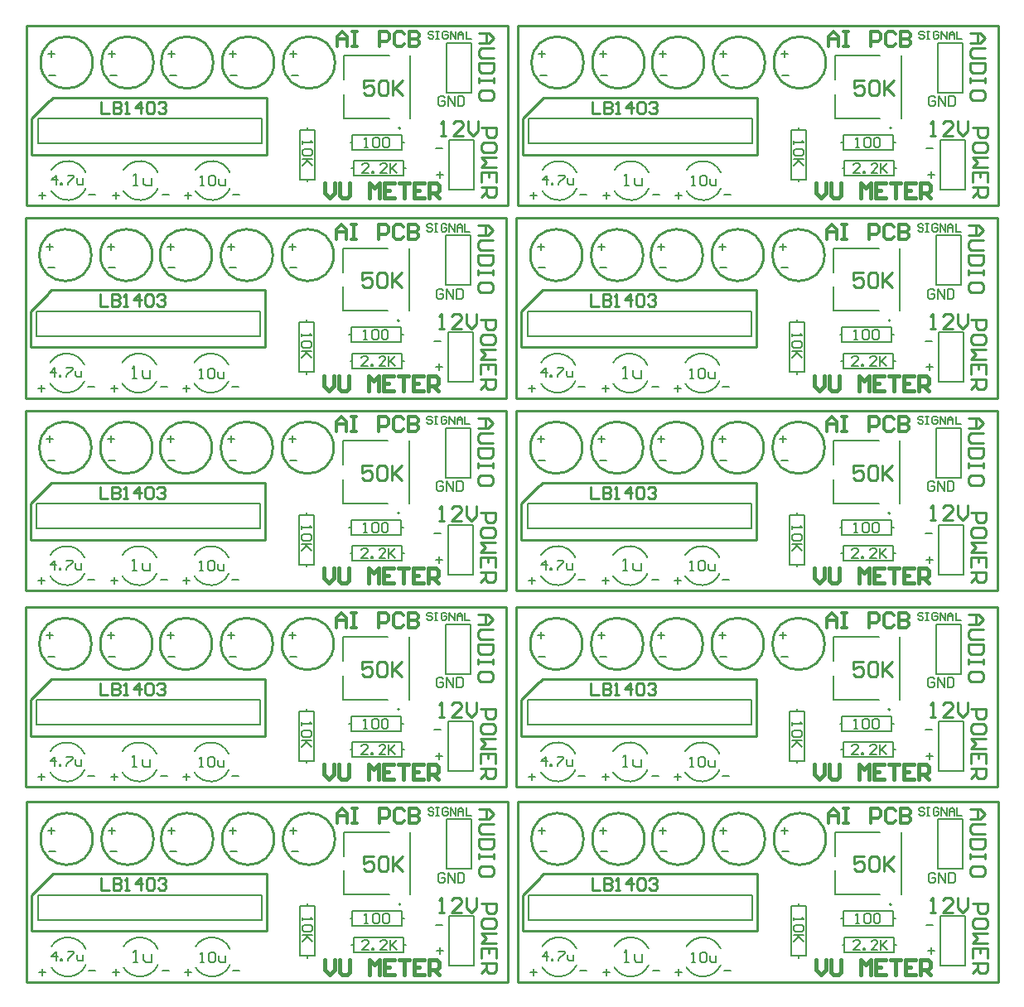
<source format=gto>
G04 Layer_Color=65535*
%FSLAX25Y25*%
%MOIN*%
G70*
G01*
G75*
%ADD22C,0.01000*%
%ADD23C,0.00787*%
%ADD24C,0.00500*%
%ADD25C,0.01181*%
%ADD26C,0.00591*%
%ADD27C,0.01575*%
%ADD28C,0.00984*%
D22*
X28933Y372500D02*
G03*
X28933Y372500I-10433J0D01*
G01*
X53433D02*
G03*
X53433Y372500I-10433J0D01*
G01*
X77433D02*
G03*
X77433Y372500I-10433J0D01*
G01*
X101933D02*
G03*
X101933Y372500I-10433J0D01*
G01*
X126433D02*
G03*
X126433Y372500I-10433J0D01*
G01*
X323933D02*
G03*
X323933Y372500I-10433J0D01*
G01*
X299433D02*
G03*
X299433Y372500I-10433J0D01*
G01*
X274933D02*
G03*
X274933Y372500I-10433J0D01*
G01*
X250933D02*
G03*
X250933Y372500I-10433J0D01*
G01*
X226433D02*
G03*
X226433Y372500I-10433J0D01*
G01*
X28433Y295000D02*
G03*
X28433Y295000I-10433J0D01*
G01*
X52933D02*
G03*
X52933Y295000I-10433J0D01*
G01*
X76933D02*
G03*
X76933Y295000I-10433J0D01*
G01*
X101433D02*
G03*
X101433Y295000I-10433J0D01*
G01*
X125933D02*
G03*
X125933Y295000I-10433J0D01*
G01*
X323433D02*
G03*
X323433Y295000I-10433J0D01*
G01*
X298933D02*
G03*
X298933Y295000I-10433J0D01*
G01*
X274433D02*
G03*
X274433Y295000I-10433J0D01*
G01*
X250433D02*
G03*
X250433Y295000I-10433J0D01*
G01*
X225933D02*
G03*
X225933Y295000I-10433J0D01*
G01*
X28433Y217500D02*
G03*
X28433Y217500I-10433J0D01*
G01*
X52933D02*
G03*
X52933Y217500I-10433J0D01*
G01*
X76933D02*
G03*
X76933Y217500I-10433J0D01*
G01*
X101433D02*
G03*
X101433Y217500I-10433J0D01*
G01*
X125933D02*
G03*
X125933Y217500I-10433J0D01*
G01*
X323433D02*
G03*
X323433Y217500I-10433J0D01*
G01*
X298933D02*
G03*
X298933Y217500I-10433J0D01*
G01*
X274433D02*
G03*
X274433Y217500I-10433J0D01*
G01*
X250433D02*
G03*
X250433Y217500I-10433J0D01*
G01*
X225933D02*
G03*
X225933Y217500I-10433J0D01*
G01*
X28433Y138500D02*
G03*
X28433Y138500I-10433J0D01*
G01*
X52933D02*
G03*
X52933Y138500I-10433J0D01*
G01*
X76933D02*
G03*
X76933Y138500I-10433J0D01*
G01*
X101433D02*
G03*
X101433Y138500I-10433J0D01*
G01*
X125933D02*
G03*
X125933Y138500I-10433J0D01*
G01*
X323433D02*
G03*
X323433Y138500I-10433J0D01*
G01*
X298933D02*
G03*
X298933Y138500I-10433J0D01*
G01*
X274433D02*
G03*
X274433Y138500I-10433J0D01*
G01*
X250433D02*
G03*
X250433Y138500I-10433J0D01*
G01*
X225933D02*
G03*
X225933Y138500I-10433J0D01*
G01*
X226433Y60000D02*
G03*
X226433Y60000I-10433J0D01*
G01*
X250933D02*
G03*
X250933Y60000I-10433J0D01*
G01*
X274933D02*
G03*
X274933Y60000I-10433J0D01*
G01*
X299433D02*
G03*
X299433Y60000I-10433J0D01*
G01*
X323933D02*
G03*
X323933Y60000I-10433J0D01*
G01*
X77433D02*
G03*
X77433Y60000I-10433J0D01*
G01*
X53433D02*
G03*
X53433Y60000I-10433J0D01*
G01*
X28933D02*
G03*
X28933Y60000I-10433J0D01*
G01*
X126433D02*
G03*
X126433Y60000I-10433J0D01*
G01*
X101933D02*
G03*
X101933Y60000I-10433J0D01*
G01*
X2500Y315000D02*
Y387500D01*
X196000D01*
Y315000D02*
Y387500D01*
X2500Y315000D02*
X196000D01*
X4500Y350000D02*
X11500Y357000D01*
X4500Y335500D02*
Y350000D01*
Y335500D02*
X99000D01*
Y356500D01*
X4500Y350000D02*
X13000Y358500D01*
X98000D01*
X99000D01*
Y356500D02*
Y358500D01*
X296500Y356500D02*
Y358500D01*
X295500D02*
X296500D01*
X210500D02*
X295500D01*
X202000Y350000D02*
X210500Y358500D01*
X296500Y335500D02*
Y356500D01*
X202000Y335500D02*
X296500D01*
X202000D02*
Y350000D01*
X209000Y357000D01*
X200000Y315000D02*
X393500D01*
Y387500D01*
X200000D02*
X393500D01*
X200000Y315000D02*
Y387500D01*
X2000Y237500D02*
Y310000D01*
X195500D01*
Y237500D02*
Y310000D01*
X2000Y237500D02*
X195500D01*
X4000Y272500D02*
X11000Y279500D01*
X4000Y258000D02*
Y272500D01*
Y258000D02*
X98500D01*
Y279000D01*
X4000Y272500D02*
X12500Y281000D01*
X97500D01*
X98500D01*
Y279000D02*
Y281000D01*
X296000Y279000D02*
Y281000D01*
X295000D02*
X296000D01*
X210000D02*
X295000D01*
X201500Y272500D02*
X210000Y281000D01*
X296000Y258000D02*
Y279000D01*
X201500Y258000D02*
X296000D01*
X201500D02*
Y272500D01*
X208500Y279500D01*
X199500Y237500D02*
X393000D01*
Y310000D01*
X199500D02*
X393000D01*
X199500Y237500D02*
Y310000D01*
X2000Y160000D02*
Y232500D01*
X195500D01*
Y160000D02*
Y232500D01*
X2000Y160000D02*
X195500D01*
X4000Y195000D02*
X11000Y202000D01*
X4000Y180500D02*
Y195000D01*
Y180500D02*
X98500D01*
Y201500D01*
X4000Y195000D02*
X12500Y203500D01*
X97500D01*
X98500D01*
Y201500D02*
Y203500D01*
X296000Y201500D02*
Y203500D01*
X295000D02*
X296000D01*
X210000D02*
X295000D01*
X201500Y195000D02*
X210000Y203500D01*
X296000Y180500D02*
Y201500D01*
X201500Y180500D02*
X296000D01*
X201500D02*
Y195000D01*
X208500Y202000D01*
X199500Y160000D02*
X393000D01*
Y232500D01*
X199500D02*
X393000D01*
X199500Y160000D02*
Y232500D01*
X2000Y81000D02*
Y153500D01*
X195500D01*
Y81000D02*
Y153500D01*
X2000Y81000D02*
X195500D01*
X4000Y116000D02*
X11000Y123000D01*
X4000Y101500D02*
Y116000D01*
Y101500D02*
X98500D01*
Y122500D01*
X4000Y116000D02*
X12500Y124500D01*
X97500D01*
X98500D01*
Y122500D02*
Y124500D01*
X296000Y122500D02*
Y124500D01*
X295000D02*
X296000D01*
X210000D02*
X295000D01*
X201500Y116000D02*
X210000Y124500D01*
X296000Y101500D02*
Y122500D01*
X201500Y101500D02*
X296000D01*
X201500D02*
Y116000D01*
X208500Y123000D01*
X199500Y81000D02*
X393000D01*
Y153500D01*
X199500D02*
X393000D01*
X199500Y81000D02*
Y153500D01*
X200000Y2500D02*
Y75000D01*
X393500D01*
Y2500D02*
Y75000D01*
X200000Y2500D02*
X393500D01*
X202000Y37500D02*
X209000Y44500D01*
X202000Y23000D02*
Y37500D01*
Y23000D02*
X296500D01*
Y44000D01*
X202000Y37500D02*
X210500Y46000D01*
X295500D01*
X296500D01*
Y44000D02*
Y46000D01*
X99000Y44000D02*
Y46000D01*
X98000D02*
X99000D01*
X13000D02*
X98000D01*
X4500Y37500D02*
X13000Y46000D01*
X99000Y23000D02*
Y44000D01*
X4500Y23000D02*
X99000D01*
X4500D02*
Y37500D01*
X11500Y44500D01*
X2500Y2500D02*
X196000D01*
Y75000D01*
X2500D02*
X196000D01*
X2500Y2500D02*
Y75000D01*
X366000Y343000D02*
X367999D01*
X367000D01*
Y348998D01*
X366000Y347998D01*
X374997Y343000D02*
X370998D01*
X374997Y346999D01*
Y347998D01*
X373997Y348998D01*
X371998D01*
X370998Y347998D01*
X376996Y348998D02*
Y344999D01*
X378996Y343000D01*
X380995Y344999D01*
Y348998D01*
X366000Y265500D02*
X367999D01*
X367000D01*
Y271498D01*
X366000Y270498D01*
X374997Y265500D02*
X370998D01*
X374997Y269499D01*
Y270498D01*
X373997Y271498D01*
X371998D01*
X370998Y270498D01*
X376996Y271498D02*
Y267499D01*
X378996Y265500D01*
X380995Y267499D01*
Y271498D01*
X366000Y188500D02*
X367999D01*
X367000D01*
Y194498D01*
X366000Y193498D01*
X374997Y188500D02*
X370998D01*
X374997Y192499D01*
Y193498D01*
X373997Y194498D01*
X371998D01*
X370998Y193498D01*
X376996Y194498D02*
Y190499D01*
X378996Y188500D01*
X380995Y190499D01*
Y194498D01*
X366000Y109000D02*
X367999D01*
X367000D01*
Y114998D01*
X366000Y113998D01*
X374997Y109000D02*
X370998D01*
X374997Y112999D01*
Y113998D01*
X373997Y114998D01*
X371998D01*
X370998Y113998D01*
X376996Y114998D02*
Y110999D01*
X378996Y109000D01*
X380995Y110999D01*
Y114998D01*
X366000Y30500D02*
X367999D01*
X367000D01*
Y36498D01*
X366000Y35498D01*
X374997Y30500D02*
X370998D01*
X374997Y34499D01*
Y35498D01*
X373997Y36498D01*
X371998D01*
X370998Y35498D01*
X376996Y36498D02*
Y32499D01*
X378996Y30500D01*
X380995Y32499D01*
Y36498D01*
X168500Y30500D02*
X170499D01*
X169500D01*
Y36498D01*
X168500Y35498D01*
X177497Y30500D02*
X173498D01*
X177497Y34499D01*
Y35498D01*
X176497Y36498D01*
X174498D01*
X173498Y35498D01*
X179496Y36498D02*
Y32499D01*
X181496Y30500D01*
X183495Y32499D01*
Y36498D01*
X168500Y109000D02*
X170499D01*
X169500D01*
Y114998D01*
X168500Y113998D01*
X177497Y109000D02*
X173498D01*
X177497Y112999D01*
Y113998D01*
X176497Y114998D01*
X174498D01*
X173498Y113998D01*
X179496Y114998D02*
Y110999D01*
X181496Y109000D01*
X183495Y110999D01*
Y114998D01*
X168500Y188000D02*
X170499D01*
X169500D01*
Y193998D01*
X168500Y192998D01*
X177497Y188000D02*
X173498D01*
X177497Y191999D01*
Y192998D01*
X176497Y193998D01*
X174498D01*
X173498Y192998D01*
X179496Y193998D02*
Y189999D01*
X181496Y188000D01*
X183495Y189999D01*
Y193998D01*
X168500Y265500D02*
X170499D01*
X169500D01*
Y271498D01*
X168500Y270498D01*
X177497Y265500D02*
X173498D01*
X177497Y269499D01*
Y270498D01*
X176497Y271498D01*
X174498D01*
X173498Y270498D01*
X179496Y271498D02*
Y267499D01*
X181496Y265500D01*
X183495Y267499D01*
Y271498D01*
X169000Y343000D02*
X170999D01*
X170000D01*
Y348998D01*
X169000Y347998D01*
X177997Y343000D02*
X173998D01*
X177997Y346999D01*
Y347998D01*
X176997Y348998D01*
X174998D01*
X173998Y347998D01*
X179996Y348998D02*
Y344999D01*
X181996Y343000D01*
X183995Y344999D01*
Y348998D01*
X32500Y356723D02*
Y352000D01*
X35649D01*
X37223Y356723D02*
Y352000D01*
X39584D01*
X40372Y352787D01*
Y353574D01*
X39584Y354361D01*
X37223D01*
X39584D01*
X40372Y355149D01*
Y355936D01*
X39584Y356723D01*
X37223D01*
X41946Y352000D02*
X43520D01*
X42733D01*
Y356723D01*
X41946Y355936D01*
X48243Y352000D02*
Y356723D01*
X45882Y354361D01*
X49030D01*
X50604Y355936D02*
X51392Y356723D01*
X52966D01*
X53753Y355936D01*
Y352787D01*
X52966Y352000D01*
X51392D01*
X50604Y352787D01*
Y355936D01*
X55327D02*
X56114Y356723D01*
X57689D01*
X58476Y355936D01*
Y355149D01*
X57689Y354361D01*
X56902D01*
X57689D01*
X58476Y353574D01*
Y352787D01*
X57689Y352000D01*
X56114D01*
X55327Y352787D01*
X185500Y346500D02*
X191498D01*
Y343501D01*
X190498Y342501D01*
X188499D01*
X187499Y343501D01*
Y346500D01*
X191498Y337503D02*
Y339502D01*
X190498Y340502D01*
X186500D01*
X185500Y339502D01*
Y337503D01*
X186500Y336503D01*
X190498D01*
X191498Y337503D01*
Y334504D02*
X185500D01*
X187499Y332505D01*
X185500Y330505D01*
X191498D01*
Y324507D02*
Y328506D01*
X185500D01*
Y324507D01*
X188499Y328506D02*
Y326506D01*
X185500Y322508D02*
X191498D01*
Y319509D01*
X190498Y318509D01*
X188499D01*
X187499Y319509D01*
Y322508D01*
Y320508D02*
X185500Y318509D01*
X184500Y384500D02*
X188499D01*
X190498Y382501D01*
X188499Y380501D01*
X184500D01*
X187499D01*
Y384500D01*
X190498Y378502D02*
X185500D01*
X184500Y377502D01*
Y375503D01*
X185500Y374503D01*
X190498D01*
Y372504D02*
X184500D01*
Y369505D01*
X185500Y368505D01*
X189498D01*
X190498Y369505D01*
Y372504D01*
Y366506D02*
Y364507D01*
Y365506D01*
X184500D01*
Y366506D01*
Y364507D01*
X190498Y358508D02*
Y360508D01*
X189498Y361507D01*
X185500D01*
X184500Y360508D01*
Y358508D01*
X185500Y357509D01*
X189498D01*
X190498Y358508D01*
X382000Y384500D02*
X385999D01*
X387998Y382501D01*
X385999Y380501D01*
X382000D01*
X384999D01*
Y384500D01*
X387998Y378502D02*
X383000D01*
X382000Y377502D01*
Y375503D01*
X383000Y374503D01*
X387998D01*
Y372504D02*
X382000D01*
Y369505D01*
X383000Y368505D01*
X386998D01*
X387998Y369505D01*
Y372504D01*
Y366506D02*
Y364507D01*
Y365506D01*
X382000D01*
Y366506D01*
Y364507D01*
X387998Y358508D02*
Y360508D01*
X386998Y361507D01*
X383000D01*
X382000Y360508D01*
Y358508D01*
X383000Y357509D01*
X386998D01*
X387998Y358508D01*
X383000Y346500D02*
X388998D01*
Y343501D01*
X387998Y342501D01*
X385999D01*
X384999Y343501D01*
Y346500D01*
X388998Y337503D02*
Y339502D01*
X387998Y340502D01*
X384000D01*
X383000Y339502D01*
Y337503D01*
X384000Y336503D01*
X387998D01*
X388998Y337503D01*
Y334504D02*
X383000D01*
X384999Y332505D01*
X383000Y330505D01*
X388998D01*
Y324507D02*
Y328506D01*
X383000D01*
Y324507D01*
X385999Y328506D02*
Y326506D01*
X383000Y322508D02*
X388998D01*
Y319509D01*
X387998Y318509D01*
X385999D01*
X384999Y319509D01*
Y322508D01*
Y320508D02*
X383000Y318509D01*
X230000Y356723D02*
Y352000D01*
X233149D01*
X234723Y356723D02*
Y352000D01*
X237084D01*
X237872Y352787D01*
Y353574D01*
X237084Y354361D01*
X234723D01*
X237084D01*
X237872Y355149D01*
Y355936D01*
X237084Y356723D01*
X234723D01*
X239446Y352000D02*
X241020D01*
X240233D01*
Y356723D01*
X239446Y355936D01*
X245743Y352000D02*
Y356723D01*
X243382Y354361D01*
X246530D01*
X248104Y355936D02*
X248891Y356723D01*
X250466D01*
X251253Y355936D01*
Y352787D01*
X250466Y352000D01*
X248891D01*
X248104Y352787D01*
Y355936D01*
X252827D02*
X253614Y356723D01*
X255189D01*
X255976Y355936D01*
Y355149D01*
X255189Y354361D01*
X254401D01*
X255189D01*
X255976Y353574D01*
Y352787D01*
X255189Y352000D01*
X253614D01*
X252827Y352787D01*
X32000Y279223D02*
Y274500D01*
X35149D01*
X36723Y279223D02*
Y274500D01*
X39084D01*
X39871Y275287D01*
Y276074D01*
X39084Y276861D01*
X36723D01*
X39084D01*
X39871Y277649D01*
Y278436D01*
X39084Y279223D01*
X36723D01*
X41446Y274500D02*
X43020D01*
X42233D01*
Y279223D01*
X41446Y278436D01*
X47743Y274500D02*
Y279223D01*
X45382Y276861D01*
X48530D01*
X50104Y278436D02*
X50892Y279223D01*
X52466D01*
X53253Y278436D01*
Y275287D01*
X52466Y274500D01*
X50892D01*
X50104Y275287D01*
Y278436D01*
X54827D02*
X55614Y279223D01*
X57189D01*
X57976Y278436D01*
Y277649D01*
X57189Y276861D01*
X56401D01*
X57189D01*
X57976Y276074D01*
Y275287D01*
X57189Y274500D01*
X55614D01*
X54827Y275287D01*
X185000Y269000D02*
X190998D01*
Y266001D01*
X189998Y265001D01*
X187999D01*
X186999Y266001D01*
Y269000D01*
X190998Y260003D02*
Y262002D01*
X189998Y263002D01*
X186000D01*
X185000Y262002D01*
Y260003D01*
X186000Y259003D01*
X189998D01*
X190998Y260003D01*
Y257004D02*
X185000D01*
X186999Y255005D01*
X185000Y253005D01*
X190998D01*
Y247007D02*
Y251006D01*
X185000D01*
Y247007D01*
X187999Y251006D02*
Y249007D01*
X185000Y245008D02*
X190998D01*
Y242009D01*
X189998Y241009D01*
X187999D01*
X186999Y242009D01*
Y245008D01*
Y243008D02*
X185000Y241009D01*
X184000Y307000D02*
X187999D01*
X189998Y305001D01*
X187999Y303001D01*
X184000D01*
X186999D01*
Y307000D01*
X189998Y301002D02*
X185000D01*
X184000Y300002D01*
Y298003D01*
X185000Y297003D01*
X189998D01*
Y295004D02*
X184000D01*
Y292005D01*
X185000Y291005D01*
X188998D01*
X189998Y292005D01*
Y295004D01*
Y289006D02*
Y287006D01*
Y288006D01*
X184000D01*
Y289006D01*
Y287006D01*
X189998Y281008D02*
Y283008D01*
X188998Y284007D01*
X185000D01*
X184000Y283008D01*
Y281008D01*
X185000Y280009D01*
X188998D01*
X189998Y281008D01*
X381500Y307000D02*
X385499D01*
X387498Y305001D01*
X385499Y303001D01*
X381500D01*
X384499D01*
Y307000D01*
X387498Y301002D02*
X382500D01*
X381500Y300002D01*
Y298003D01*
X382500Y297003D01*
X387498D01*
Y295004D02*
X381500D01*
Y292005D01*
X382500Y291005D01*
X386498D01*
X387498Y292005D01*
Y295004D01*
Y289006D02*
Y287006D01*
Y288006D01*
X381500D01*
Y289006D01*
Y287006D01*
X387498Y281008D02*
Y283008D01*
X386498Y284007D01*
X382500D01*
X381500Y283008D01*
Y281008D01*
X382500Y280009D01*
X386498D01*
X387498Y281008D01*
X382500Y269000D02*
X388498D01*
Y266001D01*
X387498Y265001D01*
X385499D01*
X384499Y266001D01*
Y269000D01*
X388498Y260003D02*
Y262002D01*
X387498Y263002D01*
X383500D01*
X382500Y262002D01*
Y260003D01*
X383500Y259003D01*
X387498D01*
X388498Y260003D01*
Y257004D02*
X382500D01*
X384499Y255005D01*
X382500Y253005D01*
X388498D01*
Y247007D02*
Y251006D01*
X382500D01*
Y247007D01*
X385499Y251006D02*
Y249007D01*
X382500Y245008D02*
X388498D01*
Y242009D01*
X387498Y241009D01*
X385499D01*
X384499Y242009D01*
Y245008D01*
Y243008D02*
X382500Y241009D01*
X229500Y279223D02*
Y274500D01*
X232649D01*
X234223Y279223D02*
Y274500D01*
X236584D01*
X237371Y275287D01*
Y276074D01*
X236584Y276861D01*
X234223D01*
X236584D01*
X237371Y277649D01*
Y278436D01*
X236584Y279223D01*
X234223D01*
X238946Y274500D02*
X240520D01*
X239733D01*
Y279223D01*
X238946Y278436D01*
X245243Y274500D02*
Y279223D01*
X242881Y276861D01*
X246030D01*
X247604Y278436D02*
X248392Y279223D01*
X249966D01*
X250753Y278436D01*
Y275287D01*
X249966Y274500D01*
X248392D01*
X247604Y275287D01*
Y278436D01*
X252327D02*
X253114Y279223D01*
X254689D01*
X255476Y278436D01*
Y277649D01*
X254689Y276861D01*
X253902D01*
X254689D01*
X255476Y276074D01*
Y275287D01*
X254689Y274500D01*
X253114D01*
X252327Y275287D01*
X32000Y201723D02*
Y197000D01*
X35149D01*
X36723Y201723D02*
Y197000D01*
X39084D01*
X39871Y197787D01*
Y198574D01*
X39084Y199361D01*
X36723D01*
X39084D01*
X39871Y200149D01*
Y200936D01*
X39084Y201723D01*
X36723D01*
X41446Y197000D02*
X43020D01*
X42233D01*
Y201723D01*
X41446Y200936D01*
X47743Y197000D02*
Y201723D01*
X45382Y199361D01*
X48530D01*
X50104Y200936D02*
X50892Y201723D01*
X52466D01*
X53253Y200936D01*
Y197787D01*
X52466Y197000D01*
X50892D01*
X50104Y197787D01*
Y200936D01*
X54827D02*
X55614Y201723D01*
X57189D01*
X57976Y200936D01*
Y200149D01*
X57189Y199361D01*
X56401D01*
X57189D01*
X57976Y198574D01*
Y197787D01*
X57189Y197000D01*
X55614D01*
X54827Y197787D01*
X185000Y191500D02*
X190998D01*
Y188501D01*
X189998Y187501D01*
X187999D01*
X186999Y188501D01*
Y191500D01*
X190998Y182503D02*
Y184502D01*
X189998Y185502D01*
X186000D01*
X185000Y184502D01*
Y182503D01*
X186000Y181503D01*
X189998D01*
X190998Y182503D01*
Y179504D02*
X185000D01*
X186999Y177505D01*
X185000Y175505D01*
X190998D01*
Y169507D02*
Y173506D01*
X185000D01*
Y169507D01*
X187999Y173506D02*
Y171507D01*
X185000Y167508D02*
X190998D01*
Y164509D01*
X189998Y163509D01*
X187999D01*
X186999Y164509D01*
Y167508D01*
Y165508D02*
X185000Y163509D01*
X184000Y229500D02*
X187999D01*
X189998Y227501D01*
X187999Y225501D01*
X184000D01*
X186999D01*
Y229500D01*
X189998Y223502D02*
X185000D01*
X184000Y222502D01*
Y220503D01*
X185000Y219503D01*
X189998D01*
Y217504D02*
X184000D01*
Y214505D01*
X185000Y213505D01*
X188998D01*
X189998Y214505D01*
Y217504D01*
Y211506D02*
Y209507D01*
Y210506D01*
X184000D01*
Y211506D01*
Y209507D01*
X189998Y203508D02*
Y205508D01*
X188998Y206507D01*
X185000D01*
X184000Y205508D01*
Y203508D01*
X185000Y202509D01*
X188998D01*
X189998Y203508D01*
X381500Y229500D02*
X385499D01*
X387498Y227501D01*
X385499Y225501D01*
X381500D01*
X384499D01*
Y229500D01*
X387498Y223502D02*
X382500D01*
X381500Y222502D01*
Y220503D01*
X382500Y219503D01*
X387498D01*
Y217504D02*
X381500D01*
Y214505D01*
X382500Y213505D01*
X386498D01*
X387498Y214505D01*
Y217504D01*
Y211506D02*
Y209507D01*
Y210506D01*
X381500D01*
Y211506D01*
Y209507D01*
X387498Y203508D02*
Y205508D01*
X386498Y206507D01*
X382500D01*
X381500Y205508D01*
Y203508D01*
X382500Y202509D01*
X386498D01*
X387498Y203508D01*
X382500Y191500D02*
X388498D01*
Y188501D01*
X387498Y187501D01*
X385499D01*
X384499Y188501D01*
Y191500D01*
X388498Y182503D02*
Y184502D01*
X387498Y185502D01*
X383500D01*
X382500Y184502D01*
Y182503D01*
X383500Y181503D01*
X387498D01*
X388498Y182503D01*
Y179504D02*
X382500D01*
X384499Y177505D01*
X382500Y175505D01*
X388498D01*
Y169507D02*
Y173506D01*
X382500D01*
Y169507D01*
X385499Y173506D02*
Y171507D01*
X382500Y167508D02*
X388498D01*
Y164509D01*
X387498Y163509D01*
X385499D01*
X384499Y164509D01*
Y167508D01*
Y165508D02*
X382500Y163509D01*
X229500Y201723D02*
Y197000D01*
X232649D01*
X234223Y201723D02*
Y197000D01*
X236584D01*
X237371Y197787D01*
Y198574D01*
X236584Y199361D01*
X234223D01*
X236584D01*
X237371Y200149D01*
Y200936D01*
X236584Y201723D01*
X234223D01*
X238946Y197000D02*
X240520D01*
X239733D01*
Y201723D01*
X238946Y200936D01*
X245243Y197000D02*
Y201723D01*
X242881Y199361D01*
X246030D01*
X247604Y200936D02*
X248392Y201723D01*
X249966D01*
X250753Y200936D01*
Y197787D01*
X249966Y197000D01*
X248392D01*
X247604Y197787D01*
Y200936D01*
X252327D02*
X253114Y201723D01*
X254689D01*
X255476Y200936D01*
Y200149D01*
X254689Y199361D01*
X253902D01*
X254689D01*
X255476Y198574D01*
Y197787D01*
X254689Y197000D01*
X253114D01*
X252327Y197787D01*
X32000Y122723D02*
Y118000D01*
X35149D01*
X36723Y122723D02*
Y118000D01*
X39084D01*
X39871Y118787D01*
Y119574D01*
X39084Y120361D01*
X36723D01*
X39084D01*
X39871Y121149D01*
Y121936D01*
X39084Y122723D01*
X36723D01*
X41446Y118000D02*
X43020D01*
X42233D01*
Y122723D01*
X41446Y121936D01*
X47743Y118000D02*
Y122723D01*
X45382Y120361D01*
X48530D01*
X50104Y121936D02*
X50892Y122723D01*
X52466D01*
X53253Y121936D01*
Y118787D01*
X52466Y118000D01*
X50892D01*
X50104Y118787D01*
Y121936D01*
X54827D02*
X55614Y122723D01*
X57189D01*
X57976Y121936D01*
Y121149D01*
X57189Y120361D01*
X56401D01*
X57189D01*
X57976Y119574D01*
Y118787D01*
X57189Y118000D01*
X55614D01*
X54827Y118787D01*
X185000Y112500D02*
X190998D01*
Y109501D01*
X189998Y108501D01*
X187999D01*
X186999Y109501D01*
Y112500D01*
X190998Y103503D02*
Y105502D01*
X189998Y106502D01*
X186000D01*
X185000Y105502D01*
Y103503D01*
X186000Y102503D01*
X189998D01*
X190998Y103503D01*
Y100504D02*
X185000D01*
X186999Y98505D01*
X185000Y96505D01*
X190998D01*
Y90507D02*
Y94506D01*
X185000D01*
Y90507D01*
X187999Y94506D02*
Y92506D01*
X185000Y88508D02*
X190998D01*
Y85509D01*
X189998Y84509D01*
X187999D01*
X186999Y85509D01*
Y88508D01*
Y86508D02*
X185000Y84509D01*
X184000Y150500D02*
X187999D01*
X189998Y148501D01*
X187999Y146501D01*
X184000D01*
X186999D01*
Y150500D01*
X189998Y144502D02*
X185000D01*
X184000Y143502D01*
Y141503D01*
X185000Y140503D01*
X189998D01*
Y138504D02*
X184000D01*
Y135505D01*
X185000Y134505D01*
X188998D01*
X189998Y135505D01*
Y138504D01*
Y132506D02*
Y130507D01*
Y131506D01*
X184000D01*
Y132506D01*
Y130507D01*
X189998Y124508D02*
Y126508D01*
X188998Y127507D01*
X185000D01*
X184000Y126508D01*
Y124508D01*
X185000Y123509D01*
X188998D01*
X189998Y124508D01*
X381500Y150500D02*
X385499D01*
X387498Y148501D01*
X385499Y146501D01*
X381500D01*
X384499D01*
Y150500D01*
X387498Y144502D02*
X382500D01*
X381500Y143502D01*
Y141503D01*
X382500Y140503D01*
X387498D01*
Y138504D02*
X381500D01*
Y135505D01*
X382500Y134505D01*
X386498D01*
X387498Y135505D01*
Y138504D01*
Y132506D02*
Y130507D01*
Y131506D01*
X381500D01*
Y132506D01*
Y130507D01*
X387498Y124508D02*
Y126508D01*
X386498Y127507D01*
X382500D01*
X381500Y126508D01*
Y124508D01*
X382500Y123509D01*
X386498D01*
X387498Y124508D01*
X382500Y112500D02*
X388498D01*
Y109501D01*
X387498Y108501D01*
X385499D01*
X384499Y109501D01*
Y112500D01*
X388498Y103503D02*
Y105502D01*
X387498Y106502D01*
X383500D01*
X382500Y105502D01*
Y103503D01*
X383500Y102503D01*
X387498D01*
X388498Y103503D01*
Y100504D02*
X382500D01*
X384499Y98505D01*
X382500Y96505D01*
X388498D01*
Y90507D02*
Y94506D01*
X382500D01*
Y90507D01*
X385499Y94506D02*
Y92506D01*
X382500Y88508D02*
X388498D01*
Y85509D01*
X387498Y84509D01*
X385499D01*
X384499Y85509D01*
Y88508D01*
Y86508D02*
X382500Y84509D01*
X229500Y122723D02*
Y118000D01*
X232649D01*
X234223Y122723D02*
Y118000D01*
X236584D01*
X237371Y118787D01*
Y119574D01*
X236584Y120361D01*
X234223D01*
X236584D01*
X237371Y121149D01*
Y121936D01*
X236584Y122723D01*
X234223D01*
X238946Y118000D02*
X240520D01*
X239733D01*
Y122723D01*
X238946Y121936D01*
X245243Y118000D02*
Y122723D01*
X242881Y120361D01*
X246030D01*
X247604Y121936D02*
X248392Y122723D01*
X249966D01*
X250753Y121936D01*
Y118787D01*
X249966Y118000D01*
X248392D01*
X247604Y118787D01*
Y121936D01*
X252327D02*
X253114Y122723D01*
X254689D01*
X255476Y121936D01*
Y121149D01*
X254689Y120361D01*
X253902D01*
X254689D01*
X255476Y119574D01*
Y118787D01*
X254689Y118000D01*
X253114D01*
X252327Y118787D01*
X230000Y44223D02*
Y39500D01*
X233149D01*
X234723Y44223D02*
Y39500D01*
X237084D01*
X237872Y40287D01*
Y41074D01*
X237084Y41861D01*
X234723D01*
X237084D01*
X237872Y42649D01*
Y43436D01*
X237084Y44223D01*
X234723D01*
X239446Y39500D02*
X241020D01*
X240233D01*
Y44223D01*
X239446Y43436D01*
X245743Y39500D02*
Y44223D01*
X243382Y41861D01*
X246530D01*
X248104Y43436D02*
X248891Y44223D01*
X250466D01*
X251253Y43436D01*
Y40287D01*
X250466Y39500D01*
X248891D01*
X248104Y40287D01*
Y43436D01*
X252827D02*
X253614Y44223D01*
X255189D01*
X255976Y43436D01*
Y42649D01*
X255189Y41861D01*
X254401D01*
X255189D01*
X255976Y41074D01*
Y40287D01*
X255189Y39500D01*
X253614D01*
X252827Y40287D01*
X383000Y34000D02*
X388998D01*
Y31001D01*
X387998Y30001D01*
X385999D01*
X384999Y31001D01*
Y34000D01*
X388998Y25003D02*
Y27002D01*
X387998Y28002D01*
X384000D01*
X383000Y27002D01*
Y25003D01*
X384000Y24003D01*
X387998D01*
X388998Y25003D01*
Y22004D02*
X383000D01*
X384999Y20005D01*
X383000Y18005D01*
X388998D01*
Y12007D02*
Y16006D01*
X383000D01*
Y12007D01*
X385999Y16006D02*
Y14006D01*
X383000Y10008D02*
X388998D01*
Y7009D01*
X387998Y6009D01*
X385999D01*
X384999Y7009D01*
Y10008D01*
Y8008D02*
X383000Y6009D01*
X382000Y72000D02*
X385999D01*
X387998Y70001D01*
X385999Y68001D01*
X382000D01*
X384999D01*
Y72000D01*
X387998Y66002D02*
X383000D01*
X382000Y65002D01*
Y63003D01*
X383000Y62003D01*
X387998D01*
Y60004D02*
X382000D01*
Y57005D01*
X383000Y56005D01*
X386998D01*
X387998Y57005D01*
Y60004D01*
Y54006D02*
Y52007D01*
Y53006D01*
X382000D01*
Y54006D01*
Y52007D01*
X387998Y46008D02*
Y48008D01*
X386998Y49007D01*
X383000D01*
X382000Y48008D01*
Y46008D01*
X383000Y45009D01*
X386998D01*
X387998Y46008D01*
X184500Y72000D02*
X188499D01*
X190498Y70001D01*
X188499Y68001D01*
X184500D01*
X187499D01*
Y72000D01*
X190498Y66002D02*
X185500D01*
X184500Y65002D01*
Y63003D01*
X185500Y62003D01*
X190498D01*
Y60004D02*
X184500D01*
Y57005D01*
X185500Y56005D01*
X189498D01*
X190498Y57005D01*
Y60004D01*
Y54006D02*
Y52007D01*
Y53006D01*
X184500D01*
Y54006D01*
Y52007D01*
X190498Y46008D02*
Y48008D01*
X189498Y49007D01*
X185500D01*
X184500Y48008D01*
Y46008D01*
X185500Y45009D01*
X189498D01*
X190498Y46008D01*
X185500Y34000D02*
X191498D01*
Y31001D01*
X190498Y30001D01*
X188499D01*
X187499Y31001D01*
Y34000D01*
X191498Y25003D02*
Y27002D01*
X190498Y28002D01*
X186500D01*
X185500Y27002D01*
Y25003D01*
X186500Y24003D01*
X190498D01*
X191498Y25003D01*
Y22004D02*
X185500D01*
X187499Y20005D01*
X185500Y18005D01*
X191498D01*
Y12007D02*
Y16006D01*
X185500D01*
Y12007D01*
X188499Y16006D02*
Y14006D01*
X185500Y10008D02*
X191498D01*
Y7009D01*
X190498Y6009D01*
X188499D01*
X187499Y7009D01*
Y10008D01*
Y8008D02*
X185500Y6009D01*
X32500Y44223D02*
Y39500D01*
X35649D01*
X37223Y44223D02*
Y39500D01*
X39584D01*
X40372Y40287D01*
Y41074D01*
X39584Y41861D01*
X37223D01*
X39584D01*
X40372Y42649D01*
Y43436D01*
X39584Y44223D01*
X37223D01*
X41946Y39500D02*
X43520D01*
X42733D01*
Y44223D01*
X41946Y43436D01*
X48243Y39500D02*
Y44223D01*
X45882Y41861D01*
X49030D01*
X50604Y43436D02*
X51392Y44223D01*
X52966D01*
X53753Y43436D01*
Y40287D01*
X52966Y39500D01*
X51392D01*
X50604Y40287D01*
Y43436D01*
X55327D02*
X56114Y44223D01*
X57689D01*
X58476Y43436D01*
Y42649D01*
X57689Y41861D01*
X56902D01*
X57689D01*
X58476Y41074D01*
Y40287D01*
X57689Y39500D01*
X56114D01*
X55327Y40287D01*
D23*
X55161Y328274D02*
G03*
X41360Y329232I-7161J-3274D01*
G01*
Y320768D02*
G03*
X55161Y321726I6640J4232D01*
G01*
X26161Y328274D02*
G03*
X12360Y329232I-7161J-3274D01*
G01*
Y320768D02*
G03*
X26161Y321726I6640J4232D01*
G01*
X84161Y328274D02*
G03*
X70360Y329232I-7161J-3274D01*
G01*
Y320768D02*
G03*
X84161Y321726I6640J4232D01*
G01*
X152894Y346122D02*
G03*
X152894Y346122I-394J0D01*
G01*
X350394D02*
G03*
X350394Y346122I-394J0D01*
G01*
X281661Y328274D02*
G03*
X267860Y329232I-7161J-3274D01*
G01*
Y320768D02*
G03*
X281661Y321726I6640J4232D01*
G01*
X223661Y328274D02*
G03*
X209860Y329232I-7161J-3274D01*
G01*
Y320768D02*
G03*
X223661Y321726I6640J4232D01*
G01*
X252661Y328274D02*
G03*
X238860Y329232I-7161J-3274D01*
G01*
Y320768D02*
G03*
X252661Y321726I6640J4232D01*
G01*
X54661Y250774D02*
G03*
X40860Y251732I-7161J-3274D01*
G01*
Y243268D02*
G03*
X54661Y244226I6640J4232D01*
G01*
X25661Y250774D02*
G03*
X11860Y251732I-7161J-3274D01*
G01*
Y243268D02*
G03*
X25661Y244226I6640J4232D01*
G01*
X83661Y250774D02*
G03*
X69860Y251732I-7161J-3274D01*
G01*
Y243268D02*
G03*
X83661Y244226I6640J4232D01*
G01*
X152394Y268622D02*
G03*
X152394Y268622I-394J0D01*
G01*
X349894D02*
G03*
X349894Y268622I-394J0D01*
G01*
X281161Y250774D02*
G03*
X267360Y251732I-7161J-3274D01*
G01*
Y243268D02*
G03*
X281161Y244226I6640J4232D01*
G01*
X223161Y250774D02*
G03*
X209360Y251732I-7161J-3274D01*
G01*
Y243268D02*
G03*
X223161Y244226I6640J4232D01*
G01*
X252161Y250774D02*
G03*
X238360Y251732I-7161J-3274D01*
G01*
Y243268D02*
G03*
X252161Y244226I6640J4232D01*
G01*
X54661Y173274D02*
G03*
X40860Y174232I-7161J-3274D01*
G01*
Y165768D02*
G03*
X54661Y166726I6640J4232D01*
G01*
X25661Y173274D02*
G03*
X11860Y174232I-7161J-3274D01*
G01*
Y165768D02*
G03*
X25661Y166726I6640J4232D01*
G01*
X83661Y173274D02*
G03*
X69860Y174232I-7161J-3274D01*
G01*
Y165768D02*
G03*
X83661Y166726I6640J4232D01*
G01*
X152394Y191122D02*
G03*
X152394Y191122I-394J0D01*
G01*
X349894D02*
G03*
X349894Y191122I-394J0D01*
G01*
X281161Y173274D02*
G03*
X267360Y174232I-7161J-3274D01*
G01*
Y165768D02*
G03*
X281161Y166726I6640J4232D01*
G01*
X223161Y173274D02*
G03*
X209360Y174232I-7161J-3274D01*
G01*
Y165768D02*
G03*
X223161Y166726I6640J4232D01*
G01*
X252161Y173274D02*
G03*
X238360Y174232I-7161J-3274D01*
G01*
Y165768D02*
G03*
X252161Y166726I6640J4232D01*
G01*
X54661Y94274D02*
G03*
X40860Y95232I-7161J-3274D01*
G01*
Y86768D02*
G03*
X54661Y87726I6640J4232D01*
G01*
X25661Y94274D02*
G03*
X11860Y95232I-7161J-3274D01*
G01*
Y86768D02*
G03*
X25661Y87726I6640J4232D01*
G01*
X83661Y94274D02*
G03*
X69860Y95232I-7161J-3274D01*
G01*
Y86768D02*
G03*
X83661Y87726I6640J4232D01*
G01*
X152394Y112122D02*
G03*
X152394Y112122I-394J0D01*
G01*
X349894D02*
G03*
X349894Y112122I-394J0D01*
G01*
X281161Y94274D02*
G03*
X267360Y95232I-7161J-3274D01*
G01*
Y86768D02*
G03*
X281161Y87726I6640J4232D01*
G01*
X223161Y94274D02*
G03*
X209360Y95232I-7161J-3274D01*
G01*
Y86768D02*
G03*
X223161Y87726I6640J4232D01*
G01*
X252161Y94274D02*
G03*
X238360Y95232I-7161J-3274D01*
G01*
Y86768D02*
G03*
X252161Y87726I6640J4232D01*
G01*
X252661Y15774D02*
G03*
X238860Y16732I-7161J-3274D01*
G01*
Y8268D02*
G03*
X252661Y9226I6640J4232D01*
G01*
X223661Y15774D02*
G03*
X209860Y16732I-7161J-3274D01*
G01*
Y8268D02*
G03*
X223661Y9226I6640J4232D01*
G01*
X281661Y15774D02*
G03*
X267860Y16732I-7161J-3274D01*
G01*
Y8268D02*
G03*
X281661Y9226I6640J4232D01*
G01*
X350394Y33622D02*
G03*
X350394Y33622I-394J0D01*
G01*
X152894D02*
G03*
X152894Y33622I-394J0D01*
G01*
X84161Y15774D02*
G03*
X70360Y16732I-7161J-3274D01*
G01*
Y8268D02*
G03*
X84161Y9226I6640J4232D01*
G01*
X26161Y15774D02*
G03*
X12360Y16732I-7161J-3274D01*
G01*
Y8268D02*
G03*
X26161Y9226I6640J4232D01*
G01*
X55161Y15774D02*
G03*
X41360Y16732I-7161J-3274D01*
G01*
Y8268D02*
G03*
X55161Y9226I6640J4232D01*
G01*
X134000Y327000D02*
Y330000D01*
Y327000D02*
X154000D01*
Y333000D01*
X134000D02*
X154000D01*
X134000Y330000D02*
Y333000D01*
X154000Y330000D02*
X154900D01*
X133100D02*
X134000D01*
X112500Y345500D02*
X115500D01*
X112500Y325500D02*
Y345500D01*
Y325500D02*
X118500D01*
Y345500D01*
X115500D02*
X118500D01*
X115500Y324600D02*
Y325500D01*
Y345500D02*
Y346400D01*
X153500Y340500D02*
Y343500D01*
X133500D02*
X153500D01*
X133500Y337500D02*
Y343500D01*
Y337500D02*
X153500D01*
Y340500D01*
X132600D02*
X133500D01*
X153500D02*
X154400D01*
X171500Y360500D02*
X181500D01*
X171500D02*
Y380500D01*
X181500D01*
Y360500D02*
Y380500D01*
X97000Y340000D02*
Y350000D01*
X7000Y340000D02*
X97000D01*
X7000D02*
Y350000D01*
X97000D01*
X172500Y341500D02*
X182500D01*
Y321500D02*
Y341500D01*
X172500Y321500D02*
X182500D01*
X172500D02*
Y341500D01*
X370000D02*
X380000D01*
Y321500D02*
Y341500D01*
X370000Y321500D02*
X380000D01*
X370000D02*
Y341500D01*
X294500Y340000D02*
Y350000D01*
X204500Y340000D02*
X294500D01*
X204500D02*
Y350000D01*
X294500D01*
X369000Y360500D02*
X379000D01*
X369000D02*
Y380500D01*
X379000D01*
Y360500D02*
Y380500D01*
X351000Y340500D02*
Y343500D01*
X331000D02*
X351000D01*
X331000Y337500D02*
Y343500D01*
Y337500D02*
X351000D01*
Y340500D01*
X330100D02*
X331000D01*
X351000D02*
X351900D01*
X310000Y345500D02*
X313000D01*
X310000Y325500D02*
Y345500D01*
Y325500D02*
X316000D01*
Y345500D01*
X313000D02*
X316000D01*
X313000Y324600D02*
Y325500D01*
Y345500D02*
Y346400D01*
X331500Y327000D02*
Y330000D01*
Y327000D02*
X351500D01*
Y333000D01*
X331500D02*
X351500D01*
X331500Y330000D02*
Y333000D01*
X351500Y330000D02*
X352400D01*
X330600D02*
X331500D01*
X133500Y249500D02*
Y252500D01*
Y249500D02*
X153500D01*
Y255500D01*
X133500D02*
X153500D01*
X133500Y252500D02*
Y255500D01*
X153500Y252500D02*
X154400D01*
X132600D02*
X133500D01*
X112000Y268000D02*
X115000D01*
X112000Y248000D02*
Y268000D01*
Y248000D02*
X118000D01*
Y268000D01*
X115000D02*
X118000D01*
X115000Y247100D02*
Y248000D01*
Y268000D02*
Y268900D01*
X153000Y263000D02*
Y266000D01*
X133000D02*
X153000D01*
X133000Y260000D02*
Y266000D01*
Y260000D02*
X153000D01*
Y263000D01*
X132100D02*
X133000D01*
X153000D02*
X153900D01*
X171000Y283000D02*
X181000D01*
X171000D02*
Y303000D01*
X181000D01*
Y283000D02*
Y303000D01*
X96500Y262500D02*
Y272500D01*
X6500Y262500D02*
X96500D01*
X6500D02*
Y272500D01*
X96500D01*
X172000Y264000D02*
X182000D01*
Y244000D02*
Y264000D01*
X172000Y244000D02*
X182000D01*
X172000D02*
Y264000D01*
X369500D02*
X379500D01*
Y244000D02*
Y264000D01*
X369500Y244000D02*
X379500D01*
X369500D02*
Y264000D01*
X294000Y262500D02*
Y272500D01*
X204000Y262500D02*
X294000D01*
X204000D02*
Y272500D01*
X294000D01*
X368500Y283000D02*
X378500D01*
X368500D02*
Y303000D01*
X378500D01*
Y283000D02*
Y303000D01*
X350500Y263000D02*
Y266000D01*
X330500D02*
X350500D01*
X330500Y260000D02*
Y266000D01*
Y260000D02*
X350500D01*
Y263000D01*
X329600D02*
X330500D01*
X350500D02*
X351400D01*
X309500Y268000D02*
X312500D01*
X309500Y248000D02*
Y268000D01*
Y248000D02*
X315500D01*
Y268000D01*
X312500D02*
X315500D01*
X312500Y247100D02*
Y248000D01*
Y268000D02*
Y268900D01*
X331000Y249500D02*
Y252500D01*
Y249500D02*
X351000D01*
Y255500D01*
X331000D02*
X351000D01*
X331000Y252500D02*
Y255500D01*
X351000Y252500D02*
X351900D01*
X330100D02*
X331000D01*
X133500Y172000D02*
Y175000D01*
Y172000D02*
X153500D01*
Y178000D01*
X133500D02*
X153500D01*
X133500Y175000D02*
Y178000D01*
X153500Y175000D02*
X154400D01*
X132600D02*
X133500D01*
X112000Y190500D02*
X115000D01*
X112000Y170500D02*
Y190500D01*
Y170500D02*
X118000D01*
Y190500D01*
X115000D02*
X118000D01*
X115000Y169600D02*
Y170500D01*
Y190500D02*
Y191400D01*
X153000Y185500D02*
Y188500D01*
X133000D02*
X153000D01*
X133000Y182500D02*
Y188500D01*
Y182500D02*
X153000D01*
Y185500D01*
X132100D02*
X133000D01*
X153000D02*
X153900D01*
X171000Y205500D02*
X181000D01*
X171000D02*
Y225500D01*
X181000D01*
Y205500D02*
Y225500D01*
X96500Y185000D02*
Y195000D01*
X6500Y185000D02*
X96500D01*
X6500D02*
Y195000D01*
X96500D01*
X172000Y186500D02*
X182000D01*
Y166500D02*
Y186500D01*
X172000Y166500D02*
X182000D01*
X172000D02*
Y186500D01*
X369500D02*
X379500D01*
Y166500D02*
Y186500D01*
X369500Y166500D02*
X379500D01*
X369500D02*
Y186500D01*
X294000Y185000D02*
Y195000D01*
X204000Y185000D02*
X294000D01*
X204000D02*
Y195000D01*
X294000D01*
X368500Y205500D02*
X378500D01*
X368500D02*
Y225500D01*
X378500D01*
Y205500D02*
Y225500D01*
X350500Y185500D02*
Y188500D01*
X330500D02*
X350500D01*
X330500Y182500D02*
Y188500D01*
Y182500D02*
X350500D01*
Y185500D01*
X329600D02*
X330500D01*
X350500D02*
X351400D01*
X309500Y190500D02*
X312500D01*
X309500Y170500D02*
Y190500D01*
Y170500D02*
X315500D01*
Y190500D01*
X312500D02*
X315500D01*
X312500Y169600D02*
Y170500D01*
Y190500D02*
Y191400D01*
X331000Y172000D02*
Y175000D01*
Y172000D02*
X351000D01*
Y178000D01*
X331000D02*
X351000D01*
X331000Y175000D02*
Y178000D01*
X351000Y175000D02*
X351900D01*
X330100D02*
X331000D01*
X133500Y93000D02*
Y96000D01*
Y93000D02*
X153500D01*
Y99000D01*
X133500D02*
X153500D01*
X133500Y96000D02*
Y99000D01*
X153500Y96000D02*
X154400D01*
X132600D02*
X133500D01*
X112000Y111500D02*
X115000D01*
X112000Y91500D02*
Y111500D01*
Y91500D02*
X118000D01*
Y111500D01*
X115000D02*
X118000D01*
X115000Y90600D02*
Y91500D01*
Y111500D02*
Y112400D01*
X153000Y106500D02*
Y109500D01*
X133000D02*
X153000D01*
X133000Y103500D02*
Y109500D01*
Y103500D02*
X153000D01*
Y106500D01*
X132100D02*
X133000D01*
X153000D02*
X153900D01*
X171000Y126500D02*
X181000D01*
X171000D02*
Y146500D01*
X181000D01*
Y126500D02*
Y146500D01*
X96500Y106000D02*
Y116000D01*
X6500Y106000D02*
X96500D01*
X6500D02*
Y116000D01*
X96500D01*
X172000Y107500D02*
X182000D01*
Y87500D02*
Y107500D01*
X172000Y87500D02*
X182000D01*
X172000D02*
Y107500D01*
X369500D02*
X379500D01*
Y87500D02*
Y107500D01*
X369500Y87500D02*
X379500D01*
X369500D02*
Y107500D01*
X294000Y106000D02*
Y116000D01*
X204000Y106000D02*
X294000D01*
X204000D02*
Y116000D01*
X294000D01*
X368500Y126500D02*
X378500D01*
X368500D02*
Y146500D01*
X378500D01*
Y126500D02*
Y146500D01*
X350500Y106500D02*
Y109500D01*
X330500D02*
X350500D01*
X330500Y103500D02*
Y109500D01*
Y103500D02*
X350500D01*
Y106500D01*
X329600D02*
X330500D01*
X350500D02*
X351400D01*
X309500Y111500D02*
X312500D01*
X309500Y91500D02*
Y111500D01*
Y91500D02*
X315500D01*
Y111500D01*
X312500D02*
X315500D01*
X312500Y90600D02*
Y91500D01*
Y111500D02*
Y112400D01*
X331000Y93000D02*
Y96000D01*
Y93000D02*
X351000D01*
Y99000D01*
X331000D02*
X351000D01*
X331000Y96000D02*
Y99000D01*
X351000Y96000D02*
X351900D01*
X330100D02*
X331000D01*
X331500Y14500D02*
Y17500D01*
Y14500D02*
X351500D01*
Y20500D01*
X331500D02*
X351500D01*
X331500Y17500D02*
Y20500D01*
X351500Y17500D02*
X352400D01*
X330600D02*
X331500D01*
X310000Y33000D02*
X313000D01*
X310000Y13000D02*
Y33000D01*
Y13000D02*
X316000D01*
Y33000D01*
X313000D02*
X316000D01*
X313000Y12100D02*
Y13000D01*
Y33000D02*
Y33900D01*
X351000Y28000D02*
Y31000D01*
X331000D02*
X351000D01*
X331000Y25000D02*
Y31000D01*
Y25000D02*
X351000D01*
Y28000D01*
X330100D02*
X331000D01*
X351000D02*
X351900D01*
X369000Y48000D02*
X379000D01*
X369000D02*
Y68000D01*
X379000D01*
Y48000D02*
Y68000D01*
X294500Y27500D02*
Y37500D01*
X204500Y27500D02*
X294500D01*
X204500D02*
Y37500D01*
X294500D01*
X370000Y29000D02*
X380000D01*
Y9000D02*
Y29000D01*
X370000Y9000D02*
X380000D01*
X370000D02*
Y29000D01*
X97000Y27500D02*
Y37500D01*
X7000Y27500D02*
X97000D01*
X7000D02*
Y37500D01*
X97000D01*
X153500Y28000D02*
Y31000D01*
X133500D02*
X153500D01*
X133500Y25000D02*
Y31000D01*
Y25000D02*
X153500D01*
Y28000D01*
X132600D02*
X133500D01*
X153500D02*
X154400D01*
X134000Y14500D02*
Y17500D01*
Y14500D02*
X154000D01*
Y20500D01*
X134000D02*
X154000D01*
X134000Y17500D02*
Y20500D01*
X154000Y17500D02*
X154900D01*
X133100D02*
X134000D01*
X112500Y33000D02*
X115500D01*
X112500Y13000D02*
Y33000D01*
Y13000D02*
X118500D01*
Y33000D01*
X115500D02*
X118500D01*
X115500Y12100D02*
Y13000D01*
Y33000D02*
Y33900D01*
X171500Y48000D02*
X181500D01*
X171500D02*
Y68000D01*
X181500D01*
Y48000D02*
Y68000D01*
X172500Y29000D02*
X182500D01*
Y9000D02*
Y29000D01*
X172500Y9000D02*
X182500D01*
X172500D02*
Y29000D01*
X14271Y323500D02*
Y327042D01*
X12500Y325271D01*
X14861D01*
X16042Y323500D02*
Y324090D01*
X16633D01*
Y323500D01*
X16042D01*
X18994Y327042D02*
X21355D01*
Y326452D01*
X18994Y324090D01*
Y323500D01*
X22536Y325861D02*
Y324090D01*
X23126Y323500D01*
X24898D01*
Y325861D01*
X113500Y341000D02*
Y339688D01*
Y340344D01*
X117436D01*
X116780Y341000D01*
Y337720D02*
X117436Y337064D01*
Y335752D01*
X116780Y335096D01*
X114156D01*
X113500Y335752D01*
Y337064D01*
X114156Y337720D01*
X116780D01*
X117436Y333785D02*
X113500D01*
X114812D01*
X117436Y331161D01*
X115468Y333128D01*
X113500Y331161D01*
X45500Y323000D02*
X47074D01*
X46287D01*
Y327723D01*
X45500Y326936D01*
X49436Y326149D02*
Y323787D01*
X50223Y323000D01*
X52584D01*
Y326149D01*
X140124Y328000D02*
X137500D01*
X140124Y330624D01*
Y331280D01*
X139468Y331936D01*
X138156D01*
X137500Y331280D01*
X141436Y328000D02*
Y328656D01*
X142092D01*
Y328000D01*
X141436D01*
X147339D02*
X144715D01*
X147339Y330624D01*
Y331280D01*
X146683Y331936D01*
X145371D01*
X144715Y331280D01*
X148651Y331936D02*
Y328000D01*
Y329312D01*
X151275Y331936D01*
X149307Y329968D01*
X151275Y328000D01*
X170624Y358280D02*
X169968Y358936D01*
X168656D01*
X168000Y358280D01*
Y355656D01*
X168656Y355000D01*
X169968D01*
X170624Y355656D01*
Y356968D01*
X169312D01*
X171936Y355000D02*
Y358936D01*
X174560Y355000D01*
Y358936D01*
X175872D02*
Y355000D01*
X177839D01*
X178495Y355656D01*
Y358280D01*
X177839Y358936D01*
X175872D01*
X72500Y323000D02*
X73812D01*
X73156D01*
Y326936D01*
X72500Y326280D01*
X75780D02*
X76436Y326936D01*
X77748D01*
X78404Y326280D01*
Y323656D01*
X77748Y323000D01*
X76436D01*
X75780Y323656D01*
Y326280D01*
X79716Y325624D02*
Y323656D01*
X80371Y323000D01*
X82339D01*
Y325624D01*
X138500Y338500D02*
X139812D01*
X139156D01*
Y342436D01*
X138500Y341780D01*
X141780D02*
X142436Y342436D01*
X143748D01*
X144404Y341780D01*
Y339156D01*
X143748Y338500D01*
X142436D01*
X141780Y339156D01*
Y341780D01*
X145715D02*
X146371Y342436D01*
X147683D01*
X148339Y341780D01*
Y339156D01*
X147683Y338500D01*
X146371D01*
X145715Y339156D01*
Y341780D01*
X11000Y375968D02*
X13624D01*
X12312Y377280D02*
Y374656D01*
X35500Y375968D02*
X38124D01*
X36812Y377280D02*
Y374656D01*
X59500Y375968D02*
X62124D01*
X60812Y377280D02*
Y374656D01*
X84000Y375968D02*
X86624D01*
X85312Y377280D02*
Y374656D01*
X108500Y375968D02*
X111124D01*
X109812Y377280D02*
Y374656D01*
X7500Y318968D02*
X10124D01*
X8812Y320280D02*
Y317656D01*
X37000Y318968D02*
X39624D01*
X38312Y320280D02*
Y317656D01*
X66000Y318968D02*
X68624D01*
X67312Y320280D02*
Y317656D01*
X167500Y327468D02*
X170124D01*
X168812Y328780D02*
Y326156D01*
X11500Y367468D02*
X14124D01*
X36000D02*
X38624D01*
X60000D02*
X62624D01*
X84500D02*
X87124D01*
X109000D02*
X111624D01*
X167000Y337968D02*
X169624D01*
X27500Y319468D02*
X30124D01*
X57000D02*
X59624D01*
X85500D02*
X88124D01*
X283000D02*
X285624D01*
X254500D02*
X257124D01*
X225000D02*
X227624D01*
X364500Y337968D02*
X367124D01*
X306500Y367468D02*
X309124D01*
X282000D02*
X284624D01*
X257500D02*
X260124D01*
X233500D02*
X236124D01*
X209000D02*
X211624D01*
X365000Y327468D02*
X367624D01*
X366312Y328780D02*
Y326156D01*
X263500Y318968D02*
X266124D01*
X264812Y320280D02*
Y317656D01*
X234500Y318968D02*
X237124D01*
X235812Y320280D02*
Y317656D01*
X205000Y318968D02*
X207624D01*
X206312Y320280D02*
Y317656D01*
X306000Y375968D02*
X308624D01*
X307312Y377280D02*
Y374656D01*
X281500Y375968D02*
X284124D01*
X282812Y377280D02*
Y374656D01*
X257000Y375968D02*
X259624D01*
X258312Y377280D02*
Y374656D01*
X233000Y375968D02*
X235624D01*
X234312Y377280D02*
Y374656D01*
X208500Y375968D02*
X211124D01*
X209812Y377280D02*
Y374656D01*
X336000Y338500D02*
X337312D01*
X336656D01*
Y342436D01*
X336000Y341780D01*
X339280D02*
X339936Y342436D01*
X341248D01*
X341904Y341780D01*
Y339156D01*
X341248Y338500D01*
X339936D01*
X339280Y339156D01*
Y341780D01*
X343215D02*
X343871Y342436D01*
X345183D01*
X345839Y341780D01*
Y339156D01*
X345183Y338500D01*
X343871D01*
X343215Y339156D01*
Y341780D01*
X270000Y323000D02*
X271312D01*
X270656D01*
Y326936D01*
X270000Y326280D01*
X273280D02*
X273936Y326936D01*
X275248D01*
X275904Y326280D01*
Y323656D01*
X275248Y323000D01*
X273936D01*
X273280Y323656D01*
Y326280D01*
X277216Y325624D02*
Y323656D01*
X277871Y323000D01*
X279839D01*
Y325624D01*
X368124Y358280D02*
X367468Y358936D01*
X366156D01*
X365500Y358280D01*
Y355656D01*
X366156Y355000D01*
X367468D01*
X368124Y355656D01*
Y356968D01*
X366812D01*
X369436Y355000D02*
Y358936D01*
X372060Y355000D01*
Y358936D01*
X373372D02*
Y355000D01*
X375339D01*
X375995Y355656D01*
Y358280D01*
X375339Y358936D01*
X373372D01*
X337624Y328000D02*
X335000D01*
X337624Y330624D01*
Y331280D01*
X336968Y331936D01*
X335656D01*
X335000Y331280D01*
X338936Y328000D02*
Y328656D01*
X339592D01*
Y328000D01*
X338936D01*
X344839D02*
X342215D01*
X344839Y330624D01*
Y331280D01*
X344183Y331936D01*
X342871D01*
X342215Y331280D01*
X346151Y331936D02*
Y328000D01*
Y329312D01*
X348775Y331936D01*
X346807Y329968D01*
X348775Y328000D01*
X243000Y323000D02*
X244574D01*
X243787D01*
Y327723D01*
X243000Y326936D01*
X246936Y326149D02*
Y323787D01*
X247723Y323000D01*
X250084D01*
Y326149D01*
X311000Y341000D02*
Y339688D01*
Y340344D01*
X314936D01*
X314280Y341000D01*
Y337720D02*
X314936Y337064D01*
Y335752D01*
X314280Y335096D01*
X311656D01*
X311000Y335752D01*
Y337064D01*
X311656Y337720D01*
X314280D01*
X314936Y333785D02*
X311000D01*
X312312D01*
X314936Y331161D01*
X312968Y333128D01*
X311000Y331161D01*
X211771Y323500D02*
Y327042D01*
X210000Y325271D01*
X212361D01*
X213542Y323500D02*
Y324090D01*
X214132D01*
Y323500D01*
X213542D01*
X216494Y327042D02*
X218855D01*
Y326452D01*
X216494Y324090D01*
Y323500D01*
X220036Y325861D02*
Y324090D01*
X220626Y323500D01*
X222398D01*
Y325861D01*
X13771Y246000D02*
Y249542D01*
X12000Y247771D01*
X14361D01*
X15542Y246000D02*
Y246590D01*
X16132D01*
Y246000D01*
X15542D01*
X18494Y249542D02*
X20855D01*
Y248952D01*
X18494Y246590D01*
Y246000D01*
X22036Y248361D02*
Y246590D01*
X22626Y246000D01*
X24398D01*
Y248361D01*
X113000Y263500D02*
Y262188D01*
Y262844D01*
X116936D01*
X116280Y263500D01*
Y260220D02*
X116936Y259564D01*
Y258252D01*
X116280Y257596D01*
X113656D01*
X113000Y258252D01*
Y259564D01*
X113656Y260220D01*
X116280D01*
X116936Y256284D02*
X113000D01*
X114312D01*
X116936Y253661D01*
X114968Y255628D01*
X113000Y253661D01*
X45000Y245500D02*
X46574D01*
X45787D01*
Y250223D01*
X45000Y249436D01*
X48936Y248649D02*
Y246287D01*
X49723Y245500D01*
X52084D01*
Y248649D01*
X139624Y250500D02*
X137000D01*
X139624Y253124D01*
Y253780D01*
X138968Y254436D01*
X137656D01*
X137000Y253780D01*
X140936Y250500D02*
Y251156D01*
X141592D01*
Y250500D01*
X140936D01*
X146839D02*
X144216D01*
X146839Y253124D01*
Y253780D01*
X146183Y254436D01*
X144871D01*
X144216Y253780D01*
X148151Y254436D02*
Y250500D01*
Y251812D01*
X150775Y254436D01*
X148807Y252468D01*
X150775Y250500D01*
X170124Y280780D02*
X169468Y281436D01*
X168156D01*
X167500Y280780D01*
Y278156D01*
X168156Y277500D01*
X169468D01*
X170124Y278156D01*
Y279468D01*
X168812D01*
X171436Y277500D02*
Y281436D01*
X174060Y277500D01*
Y281436D01*
X175372D02*
Y277500D01*
X177339D01*
X177995Y278156D01*
Y280780D01*
X177339Y281436D01*
X175372D01*
X72000Y245500D02*
X73312D01*
X72656D01*
Y249436D01*
X72000Y248780D01*
X75280D02*
X75936Y249436D01*
X77248D01*
X77904Y248780D01*
Y246156D01*
X77248Y245500D01*
X75936D01*
X75280Y246156D01*
Y248780D01*
X79216Y248124D02*
Y246156D01*
X79871Y245500D01*
X81839D01*
Y248124D01*
X138000Y261000D02*
X139312D01*
X138656D01*
Y264936D01*
X138000Y264280D01*
X141280D02*
X141936Y264936D01*
X143248D01*
X143904Y264280D01*
Y261656D01*
X143248Y261000D01*
X141936D01*
X141280Y261656D01*
Y264280D01*
X145215D02*
X145871Y264936D01*
X147183D01*
X147839Y264280D01*
Y261656D01*
X147183Y261000D01*
X145871D01*
X145215Y261656D01*
Y264280D01*
X10500Y298468D02*
X13124D01*
X11812Y299780D02*
Y297156D01*
X35000Y298468D02*
X37624D01*
X36312Y299780D02*
Y297156D01*
X59000Y298468D02*
X61624D01*
X60312Y299780D02*
Y297156D01*
X83500Y298468D02*
X86124D01*
X84812Y299780D02*
Y297156D01*
X108000Y298468D02*
X110624D01*
X109312Y299780D02*
Y297156D01*
X7000Y241468D02*
X9624D01*
X8312Y242780D02*
Y240156D01*
X36500Y241468D02*
X39124D01*
X37812Y242780D02*
Y240156D01*
X65500Y241468D02*
X68124D01*
X66812Y242780D02*
Y240156D01*
X167000Y249968D02*
X169624D01*
X168312Y251280D02*
Y248656D01*
X11000Y289968D02*
X13624D01*
X35500D02*
X38124D01*
X59500D02*
X62124D01*
X84000D02*
X86624D01*
X108500D02*
X111124D01*
X166500Y260468D02*
X169124D01*
X27000Y241968D02*
X29624D01*
X56500D02*
X59124D01*
X85000D02*
X87624D01*
X282500D02*
X285124D01*
X254000D02*
X256624D01*
X224500D02*
X227124D01*
X364000Y260468D02*
X366624D01*
X306000Y289968D02*
X308624D01*
X281500D02*
X284124D01*
X257000D02*
X259624D01*
X233000D02*
X235624D01*
X208500D02*
X211124D01*
X364500Y249968D02*
X367124D01*
X365812Y251280D02*
Y248656D01*
X263000Y241468D02*
X265624D01*
X264312Y242780D02*
Y240156D01*
X234000Y241468D02*
X236624D01*
X235312Y242780D02*
Y240156D01*
X204500Y241468D02*
X207124D01*
X205812Y242780D02*
Y240156D01*
X305500Y298468D02*
X308124D01*
X306812Y299780D02*
Y297156D01*
X281000Y298468D02*
X283624D01*
X282312Y299780D02*
Y297156D01*
X256500Y298468D02*
X259124D01*
X257812Y299780D02*
Y297156D01*
X232500Y298468D02*
X235124D01*
X233812Y299780D02*
Y297156D01*
X208000Y298468D02*
X210624D01*
X209312Y299780D02*
Y297156D01*
X335500Y261000D02*
X336812D01*
X336156D01*
Y264936D01*
X335500Y264280D01*
X338780D02*
X339436Y264936D01*
X340748D01*
X341404Y264280D01*
Y261656D01*
X340748Y261000D01*
X339436D01*
X338780Y261656D01*
Y264280D01*
X342716D02*
X343372Y264936D01*
X344683D01*
X345339Y264280D01*
Y261656D01*
X344683Y261000D01*
X343372D01*
X342716Y261656D01*
Y264280D01*
X269500Y245500D02*
X270812D01*
X270156D01*
Y249436D01*
X269500Y248780D01*
X272780D02*
X273436Y249436D01*
X274748D01*
X275404Y248780D01*
Y246156D01*
X274748Y245500D01*
X273436D01*
X272780Y246156D01*
Y248780D01*
X276715Y248124D02*
Y246156D01*
X277372Y245500D01*
X279339D01*
Y248124D01*
X367624Y280780D02*
X366968Y281436D01*
X365656D01*
X365000Y280780D01*
Y278156D01*
X365656Y277500D01*
X366968D01*
X367624Y278156D01*
Y279468D01*
X366312D01*
X368936Y277500D02*
Y281436D01*
X371560Y277500D01*
Y281436D01*
X372871D02*
Y277500D01*
X374839D01*
X375495Y278156D01*
Y280780D01*
X374839Y281436D01*
X372871D01*
X337124Y250500D02*
X334500D01*
X337124Y253124D01*
Y253780D01*
X336468Y254436D01*
X335156D01*
X334500Y253780D01*
X338436Y250500D02*
Y251156D01*
X339092D01*
Y250500D01*
X338436D01*
X344339D02*
X341716D01*
X344339Y253124D01*
Y253780D01*
X343683Y254436D01*
X342372D01*
X341716Y253780D01*
X345651Y254436D02*
Y250500D01*
Y251812D01*
X348275Y254436D01*
X346307Y252468D01*
X348275Y250500D01*
X242500Y245500D02*
X244074D01*
X243287D01*
Y250223D01*
X242500Y249436D01*
X246436Y248649D02*
Y246287D01*
X247223Y245500D01*
X249584D01*
Y248649D01*
X310500Y263500D02*
Y262188D01*
Y262844D01*
X314436D01*
X313780Y263500D01*
Y260220D02*
X314436Y259564D01*
Y258252D01*
X313780Y257596D01*
X311156D01*
X310500Y258252D01*
Y259564D01*
X311156Y260220D01*
X313780D01*
X314436Y256284D02*
X310500D01*
X311812D01*
X314436Y253661D01*
X312468Y255628D01*
X310500Y253661D01*
X211271Y246000D02*
Y249542D01*
X209500Y247771D01*
X211861D01*
X213042Y246000D02*
Y246590D01*
X213632D01*
Y246000D01*
X213042D01*
X215994Y249542D02*
X218355D01*
Y248952D01*
X215994Y246590D01*
Y246000D01*
X219536Y248361D02*
Y246590D01*
X220127Y246000D01*
X221898D01*
Y248361D01*
X13771Y168500D02*
Y172042D01*
X12000Y170271D01*
X14361D01*
X15542Y168500D02*
Y169090D01*
X16132D01*
Y168500D01*
X15542D01*
X18494Y172042D02*
X20855D01*
Y171452D01*
X18494Y169090D01*
Y168500D01*
X22036Y170861D02*
Y169090D01*
X22626Y168500D01*
X24398D01*
Y170861D01*
X113000Y186000D02*
Y184688D01*
Y185344D01*
X116936D01*
X116280Y186000D01*
Y182720D02*
X116936Y182064D01*
Y180752D01*
X116280Y180096D01*
X113656D01*
X113000Y180752D01*
Y182064D01*
X113656Y182720D01*
X116280D01*
X116936Y178785D02*
X113000D01*
X114312D01*
X116936Y176161D01*
X114968Y178129D01*
X113000Y176161D01*
X45000Y168000D02*
X46574D01*
X45787D01*
Y172723D01*
X45000Y171936D01*
X48936Y171149D02*
Y168787D01*
X49723Y168000D01*
X52084D01*
Y171149D01*
X139624Y173000D02*
X137000D01*
X139624Y175624D01*
Y176280D01*
X138968Y176936D01*
X137656D01*
X137000Y176280D01*
X140936Y173000D02*
Y173656D01*
X141592D01*
Y173000D01*
X140936D01*
X146839D02*
X144216D01*
X146839Y175624D01*
Y176280D01*
X146183Y176936D01*
X144871D01*
X144216Y176280D01*
X148151Y176936D02*
Y173000D01*
Y174312D01*
X150775Y176936D01*
X148807Y174968D01*
X150775Y173000D01*
X170124Y203280D02*
X169468Y203936D01*
X168156D01*
X167500Y203280D01*
Y200656D01*
X168156Y200000D01*
X169468D01*
X170124Y200656D01*
Y201968D01*
X168812D01*
X171436Y200000D02*
Y203936D01*
X174060Y200000D01*
Y203936D01*
X175372D02*
Y200000D01*
X177339D01*
X177995Y200656D01*
Y203280D01*
X177339Y203936D01*
X175372D01*
X72000Y168000D02*
X73312D01*
X72656D01*
Y171936D01*
X72000Y171280D01*
X75280D02*
X75936Y171936D01*
X77248D01*
X77904Y171280D01*
Y168656D01*
X77248Y168000D01*
X75936D01*
X75280Y168656D01*
Y171280D01*
X79216Y170624D02*
Y168656D01*
X79871Y168000D01*
X81839D01*
Y170624D01*
X138000Y183500D02*
X139312D01*
X138656D01*
Y187436D01*
X138000Y186780D01*
X141280D02*
X141936Y187436D01*
X143248D01*
X143904Y186780D01*
Y184156D01*
X143248Y183500D01*
X141936D01*
X141280Y184156D01*
Y186780D01*
X145215D02*
X145871Y187436D01*
X147183D01*
X147839Y186780D01*
Y184156D01*
X147183Y183500D01*
X145871D01*
X145215Y184156D01*
Y186780D01*
X10500Y220968D02*
X13124D01*
X11812Y222280D02*
Y219656D01*
X35000Y220968D02*
X37624D01*
X36312Y222280D02*
Y219656D01*
X59000Y220968D02*
X61624D01*
X60312Y222280D02*
Y219656D01*
X83500Y220968D02*
X86124D01*
X84812Y222280D02*
Y219656D01*
X108000Y220968D02*
X110624D01*
X109312Y222280D02*
Y219656D01*
X7000Y163968D02*
X9624D01*
X8312Y165280D02*
Y162656D01*
X36500Y163968D02*
X39124D01*
X37812Y165280D02*
Y162656D01*
X65500Y163968D02*
X68124D01*
X66812Y165280D02*
Y162656D01*
X167000Y172468D02*
X169624D01*
X168312Y173780D02*
Y171156D01*
X11000Y212468D02*
X13624D01*
X35500D02*
X38124D01*
X59500D02*
X62124D01*
X84000D02*
X86624D01*
X108500D02*
X111124D01*
X166500Y182968D02*
X169124D01*
X27000Y164468D02*
X29624D01*
X56500D02*
X59124D01*
X85000D02*
X87624D01*
X282500D02*
X285124D01*
X254000D02*
X256624D01*
X224500D02*
X227124D01*
X364000Y182968D02*
X366624D01*
X306000Y212468D02*
X308624D01*
X281500D02*
X284124D01*
X257000D02*
X259624D01*
X233000D02*
X235624D01*
X208500D02*
X211124D01*
X364500Y172468D02*
X367124D01*
X365812Y173780D02*
Y171156D01*
X263000Y163968D02*
X265624D01*
X264312Y165280D02*
Y162656D01*
X234000Y163968D02*
X236624D01*
X235312Y165280D02*
Y162656D01*
X204500Y163968D02*
X207124D01*
X205812Y165280D02*
Y162656D01*
X305500Y220968D02*
X308124D01*
X306812Y222280D02*
Y219656D01*
X281000Y220968D02*
X283624D01*
X282312Y222280D02*
Y219656D01*
X256500Y220968D02*
X259124D01*
X257812Y222280D02*
Y219656D01*
X232500Y220968D02*
X235124D01*
X233812Y222280D02*
Y219656D01*
X208000Y220968D02*
X210624D01*
X209312Y222280D02*
Y219656D01*
X335500Y183500D02*
X336812D01*
X336156D01*
Y187436D01*
X335500Y186780D01*
X338780D02*
X339436Y187436D01*
X340748D01*
X341404Y186780D01*
Y184156D01*
X340748Y183500D01*
X339436D01*
X338780Y184156D01*
Y186780D01*
X342716D02*
X343372Y187436D01*
X344683D01*
X345339Y186780D01*
Y184156D01*
X344683Y183500D01*
X343372D01*
X342716Y184156D01*
Y186780D01*
X269500Y168000D02*
X270812D01*
X270156D01*
Y171936D01*
X269500Y171280D01*
X272780D02*
X273436Y171936D01*
X274748D01*
X275404Y171280D01*
Y168656D01*
X274748Y168000D01*
X273436D01*
X272780Y168656D01*
Y171280D01*
X276715Y170624D02*
Y168656D01*
X277372Y168000D01*
X279339D01*
Y170624D01*
X367624Y203280D02*
X366968Y203936D01*
X365656D01*
X365000Y203280D01*
Y200656D01*
X365656Y200000D01*
X366968D01*
X367624Y200656D01*
Y201968D01*
X366312D01*
X368936Y200000D02*
Y203936D01*
X371560Y200000D01*
Y203936D01*
X372871D02*
Y200000D01*
X374839D01*
X375495Y200656D01*
Y203280D01*
X374839Y203936D01*
X372871D01*
X337124Y173000D02*
X334500D01*
X337124Y175624D01*
Y176280D01*
X336468Y176936D01*
X335156D01*
X334500Y176280D01*
X338436Y173000D02*
Y173656D01*
X339092D01*
Y173000D01*
X338436D01*
X344339D02*
X341716D01*
X344339Y175624D01*
Y176280D01*
X343683Y176936D01*
X342372D01*
X341716Y176280D01*
X345651Y176936D02*
Y173000D01*
Y174312D01*
X348275Y176936D01*
X346307Y174968D01*
X348275Y173000D01*
X242500Y168000D02*
X244074D01*
X243287D01*
Y172723D01*
X242500Y171936D01*
X246436Y171149D02*
Y168787D01*
X247223Y168000D01*
X249584D01*
Y171149D01*
X310500Y186000D02*
Y184688D01*
Y185344D01*
X314436D01*
X313780Y186000D01*
Y182720D02*
X314436Y182064D01*
Y180752D01*
X313780Y180096D01*
X311156D01*
X310500Y180752D01*
Y182064D01*
X311156Y182720D01*
X313780D01*
X314436Y178785D02*
X310500D01*
X311812D01*
X314436Y176161D01*
X312468Y178129D01*
X310500Y176161D01*
X211271Y168500D02*
Y172042D01*
X209500Y170271D01*
X211861D01*
X213042Y168500D02*
Y169090D01*
X213632D01*
Y168500D01*
X213042D01*
X215994Y172042D02*
X218355D01*
Y171452D01*
X215994Y169090D01*
Y168500D01*
X219536Y170861D02*
Y169090D01*
X220127Y168500D01*
X221898D01*
Y170861D01*
X13771Y89500D02*
Y93042D01*
X12000Y91271D01*
X14361D01*
X15542Y89500D02*
Y90090D01*
X16132D01*
Y89500D01*
X15542D01*
X18494Y93042D02*
X20855D01*
Y92452D01*
X18494Y90090D01*
Y89500D01*
X22036Y91861D02*
Y90090D01*
X22626Y89500D01*
X24398D01*
Y91861D01*
X113000Y107000D02*
Y105688D01*
Y106344D01*
X116936D01*
X116280Y107000D01*
Y103720D02*
X116936Y103064D01*
Y101752D01*
X116280Y101096D01*
X113656D01*
X113000Y101752D01*
Y103064D01*
X113656Y103720D01*
X116280D01*
X116936Y99784D02*
X113000D01*
X114312D01*
X116936Y97161D01*
X114968Y99129D01*
X113000Y97161D01*
X45000Y89000D02*
X46574D01*
X45787D01*
Y93723D01*
X45000Y92936D01*
X48936Y92149D02*
Y89787D01*
X49723Y89000D01*
X52084D01*
Y92149D01*
X139624Y94000D02*
X137000D01*
X139624Y96624D01*
Y97280D01*
X138968Y97936D01*
X137656D01*
X137000Y97280D01*
X140936Y94000D02*
Y94656D01*
X141592D01*
Y94000D01*
X140936D01*
X146839D02*
X144216D01*
X146839Y96624D01*
Y97280D01*
X146183Y97936D01*
X144871D01*
X144216Y97280D01*
X148151Y97936D02*
Y94000D01*
Y95312D01*
X150775Y97936D01*
X148807Y95968D01*
X150775Y94000D01*
X170124Y124280D02*
X169468Y124936D01*
X168156D01*
X167500Y124280D01*
Y121656D01*
X168156Y121000D01*
X169468D01*
X170124Y121656D01*
Y122968D01*
X168812D01*
X171436Y121000D02*
Y124936D01*
X174060Y121000D01*
Y124936D01*
X175372D02*
Y121000D01*
X177339D01*
X177995Y121656D01*
Y124280D01*
X177339Y124936D01*
X175372D01*
X72000Y89000D02*
X73312D01*
X72656D01*
Y92936D01*
X72000Y92280D01*
X75280D02*
X75936Y92936D01*
X77248D01*
X77904Y92280D01*
Y89656D01*
X77248Y89000D01*
X75936D01*
X75280Y89656D01*
Y92280D01*
X79216Y91624D02*
Y89656D01*
X79871Y89000D01*
X81839D01*
Y91624D01*
X138000Y104500D02*
X139312D01*
X138656D01*
Y108436D01*
X138000Y107780D01*
X141280D02*
X141936Y108436D01*
X143248D01*
X143904Y107780D01*
Y105156D01*
X143248Y104500D01*
X141936D01*
X141280Y105156D01*
Y107780D01*
X145215D02*
X145871Y108436D01*
X147183D01*
X147839Y107780D01*
Y105156D01*
X147183Y104500D01*
X145871D01*
X145215Y105156D01*
Y107780D01*
X10500Y141968D02*
X13124D01*
X11812Y143280D02*
Y140656D01*
X35000Y141968D02*
X37624D01*
X36312Y143280D02*
Y140656D01*
X59000Y141968D02*
X61624D01*
X60312Y143280D02*
Y140656D01*
X83500Y141968D02*
X86124D01*
X84812Y143280D02*
Y140656D01*
X108000Y141968D02*
X110624D01*
X109312Y143280D02*
Y140656D01*
X7000Y84968D02*
X9624D01*
X8312Y86280D02*
Y83656D01*
X36500Y84968D02*
X39124D01*
X37812Y86280D02*
Y83656D01*
X65500Y84968D02*
X68124D01*
X66812Y86280D02*
Y83656D01*
X167000Y93468D02*
X169624D01*
X168312Y94780D02*
Y92156D01*
X11000Y133468D02*
X13624D01*
X35500D02*
X38124D01*
X59500D02*
X62124D01*
X84000D02*
X86624D01*
X108500D02*
X111124D01*
X166500Y103968D02*
X169124D01*
X27000Y85468D02*
X29624D01*
X56500D02*
X59124D01*
X85000D02*
X87624D01*
X282500D02*
X285124D01*
X254000D02*
X256624D01*
X224500D02*
X227124D01*
X364000Y103968D02*
X366624D01*
X306000Y133468D02*
X308624D01*
X281500D02*
X284124D01*
X257000D02*
X259624D01*
X233000D02*
X235624D01*
X208500D02*
X211124D01*
X364500Y93468D02*
X367124D01*
X365812Y94780D02*
Y92156D01*
X263000Y84968D02*
X265624D01*
X264312Y86280D02*
Y83656D01*
X234000Y84968D02*
X236624D01*
X235312Y86280D02*
Y83656D01*
X204500Y84968D02*
X207124D01*
X205812Y86280D02*
Y83656D01*
X305500Y141968D02*
X308124D01*
X306812Y143280D02*
Y140656D01*
X281000Y141968D02*
X283624D01*
X282312Y143280D02*
Y140656D01*
X256500Y141968D02*
X259124D01*
X257812Y143280D02*
Y140656D01*
X232500Y141968D02*
X235124D01*
X233812Y143280D02*
Y140656D01*
X208000Y141968D02*
X210624D01*
X209312Y143280D02*
Y140656D01*
X335500Y104500D02*
X336812D01*
X336156D01*
Y108436D01*
X335500Y107780D01*
X338780D02*
X339436Y108436D01*
X340748D01*
X341404Y107780D01*
Y105156D01*
X340748Y104500D01*
X339436D01*
X338780Y105156D01*
Y107780D01*
X342716D02*
X343372Y108436D01*
X344683D01*
X345339Y107780D01*
Y105156D01*
X344683Y104500D01*
X343372D01*
X342716Y105156D01*
Y107780D01*
X269500Y89000D02*
X270812D01*
X270156D01*
Y92936D01*
X269500Y92280D01*
X272780D02*
X273436Y92936D01*
X274748D01*
X275404Y92280D01*
Y89656D01*
X274748Y89000D01*
X273436D01*
X272780Y89656D01*
Y92280D01*
X276715Y91624D02*
Y89656D01*
X277372Y89000D01*
X279339D01*
Y91624D01*
X367624Y124280D02*
X366968Y124936D01*
X365656D01*
X365000Y124280D01*
Y121656D01*
X365656Y121000D01*
X366968D01*
X367624Y121656D01*
Y122968D01*
X366312D01*
X368936Y121000D02*
Y124936D01*
X371560Y121000D01*
Y124936D01*
X372871D02*
Y121000D01*
X374839D01*
X375495Y121656D01*
Y124280D01*
X374839Y124936D01*
X372871D01*
X337124Y94000D02*
X334500D01*
X337124Y96624D01*
Y97280D01*
X336468Y97936D01*
X335156D01*
X334500Y97280D01*
X338436Y94000D02*
Y94656D01*
X339092D01*
Y94000D01*
X338436D01*
X344339D02*
X341716D01*
X344339Y96624D01*
Y97280D01*
X343683Y97936D01*
X342372D01*
X341716Y97280D01*
X345651Y97936D02*
Y94000D01*
Y95312D01*
X348275Y97936D01*
X346307Y95968D01*
X348275Y94000D01*
X242500Y89000D02*
X244074D01*
X243287D01*
Y93723D01*
X242500Y92936D01*
X246436Y92149D02*
Y89787D01*
X247223Y89000D01*
X249584D01*
Y92149D01*
X310500Y107000D02*
Y105688D01*
Y106344D01*
X314436D01*
X313780Y107000D01*
Y103720D02*
X314436Y103064D01*
Y101752D01*
X313780Y101096D01*
X311156D01*
X310500Y101752D01*
Y103064D01*
X311156Y103720D01*
X313780D01*
X314436Y99784D02*
X310500D01*
X311812D01*
X314436Y97161D01*
X312468Y99129D01*
X310500Y97161D01*
X211271Y89500D02*
Y93042D01*
X209500Y91271D01*
X211861D01*
X213042Y89500D02*
Y90090D01*
X213632D01*
Y89500D01*
X213042D01*
X215994Y93042D02*
X218355D01*
Y92452D01*
X215994Y90090D01*
Y89500D01*
X219536Y91861D02*
Y90090D01*
X220127Y89500D01*
X221898D01*
Y91861D01*
X211771Y11000D02*
Y14542D01*
X210000Y12771D01*
X212361D01*
X213542Y11000D02*
Y11590D01*
X214132D01*
Y11000D01*
X213542D01*
X216494Y14542D02*
X218855D01*
Y13952D01*
X216494Y11590D01*
Y11000D01*
X220036Y13361D02*
Y11590D01*
X220626Y11000D01*
X222398D01*
Y13361D01*
X311000Y28500D02*
Y27188D01*
Y27844D01*
X314936D01*
X314280Y28500D01*
Y25220D02*
X314936Y24564D01*
Y23252D01*
X314280Y22596D01*
X311656D01*
X311000Y23252D01*
Y24564D01*
X311656Y25220D01*
X314280D01*
X314936Y21284D02*
X311000D01*
X312312D01*
X314936Y18661D01*
X312968Y20628D01*
X311000Y18661D01*
X243000Y10500D02*
X244574D01*
X243787D01*
Y15223D01*
X243000Y14436D01*
X246936Y13649D02*
Y11287D01*
X247723Y10500D01*
X250084D01*
Y13649D01*
X337624Y15500D02*
X335000D01*
X337624Y18124D01*
Y18780D01*
X336968Y19436D01*
X335656D01*
X335000Y18780D01*
X338936Y15500D02*
Y16156D01*
X339592D01*
Y15500D01*
X338936D01*
X344839D02*
X342215D01*
X344839Y18124D01*
Y18780D01*
X344183Y19436D01*
X342871D01*
X342215Y18780D01*
X346151Y19436D02*
Y15500D01*
Y16812D01*
X348775Y19436D01*
X346807Y17468D01*
X348775Y15500D01*
X368124Y45780D02*
X367468Y46436D01*
X366156D01*
X365500Y45780D01*
Y43156D01*
X366156Y42500D01*
X367468D01*
X368124Y43156D01*
Y44468D01*
X366812D01*
X369436Y42500D02*
Y46436D01*
X372060Y42500D01*
Y46436D01*
X373372D02*
Y42500D01*
X375339D01*
X375995Y43156D01*
Y45780D01*
X375339Y46436D01*
X373372D01*
X270000Y10500D02*
X271312D01*
X270656D01*
Y14436D01*
X270000Y13780D01*
X273280D02*
X273936Y14436D01*
X275248D01*
X275904Y13780D01*
Y11156D01*
X275248Y10500D01*
X273936D01*
X273280Y11156D01*
Y13780D01*
X277216Y13124D02*
Y11156D01*
X277871Y10500D01*
X279839D01*
Y13124D01*
X336000Y26000D02*
X337312D01*
X336656D01*
Y29936D01*
X336000Y29280D01*
X339280D02*
X339936Y29936D01*
X341248D01*
X341904Y29280D01*
Y26656D01*
X341248Y26000D01*
X339936D01*
X339280Y26656D01*
Y29280D01*
X343215D02*
X343871Y29936D01*
X345183D01*
X345839Y29280D01*
Y26656D01*
X345183Y26000D01*
X343871D01*
X343215Y26656D01*
Y29280D01*
X208500Y63468D02*
X211124D01*
X209812Y64780D02*
Y62156D01*
X233000Y63468D02*
X235624D01*
X234312Y64780D02*
Y62156D01*
X257000Y63468D02*
X259624D01*
X258312Y64780D02*
Y62156D01*
X281500Y63468D02*
X284124D01*
X282812Y64780D02*
Y62156D01*
X306000Y63468D02*
X308624D01*
X307312Y64780D02*
Y62156D01*
X205000Y6468D02*
X207624D01*
X206312Y7780D02*
Y5156D01*
X234500Y6468D02*
X237124D01*
X235812Y7780D02*
Y5156D01*
X263500Y6468D02*
X266124D01*
X264812Y7780D02*
Y5156D01*
X365000Y14968D02*
X367624D01*
X366312Y16280D02*
Y13656D01*
X209000Y54968D02*
X211624D01*
X233500D02*
X236124D01*
X257500D02*
X260124D01*
X282000D02*
X284624D01*
X306500D02*
X309124D01*
X364500Y25468D02*
X367124D01*
X225000Y6968D02*
X227624D01*
X254500D02*
X257124D01*
X283000D02*
X285624D01*
X85500D02*
X88124D01*
X57000D02*
X59624D01*
X27500D02*
X30124D01*
X167000Y25468D02*
X169624D01*
X109000Y54968D02*
X111624D01*
X84500D02*
X87124D01*
X60000D02*
X62624D01*
X36000D02*
X38624D01*
X11500D02*
X14124D01*
X167500Y14968D02*
X170124D01*
X168812Y16280D02*
Y13656D01*
X66000Y6468D02*
X68624D01*
X67312Y7780D02*
Y5156D01*
X37000Y6468D02*
X39624D01*
X38312Y7780D02*
Y5156D01*
X7500Y6468D02*
X10124D01*
X8812Y7780D02*
Y5156D01*
X108500Y63468D02*
X111124D01*
X109812Y64780D02*
Y62156D01*
X84000Y63468D02*
X86624D01*
X85312Y64780D02*
Y62156D01*
X59500Y63468D02*
X62124D01*
X60812Y64780D02*
Y62156D01*
X35500Y63468D02*
X38124D01*
X36812Y64780D02*
Y62156D01*
X11000Y63468D02*
X13624D01*
X12312Y64780D02*
Y62156D01*
X138500Y26000D02*
X139812D01*
X139156D01*
Y29936D01*
X138500Y29280D01*
X141780D02*
X142436Y29936D01*
X143748D01*
X144404Y29280D01*
Y26656D01*
X143748Y26000D01*
X142436D01*
X141780Y26656D01*
Y29280D01*
X145715D02*
X146371Y29936D01*
X147683D01*
X148339Y29280D01*
Y26656D01*
X147683Y26000D01*
X146371D01*
X145715Y26656D01*
Y29280D01*
X72500Y10500D02*
X73812D01*
X73156D01*
Y14436D01*
X72500Y13780D01*
X75780D02*
X76436Y14436D01*
X77748D01*
X78404Y13780D01*
Y11156D01*
X77748Y10500D01*
X76436D01*
X75780Y11156D01*
Y13780D01*
X79716Y13124D02*
Y11156D01*
X80371Y10500D01*
X82339D01*
Y13124D01*
X170624Y45780D02*
X169968Y46436D01*
X168656D01*
X168000Y45780D01*
Y43156D01*
X168656Y42500D01*
X169968D01*
X170624Y43156D01*
Y44468D01*
X169312D01*
X171936Y42500D02*
Y46436D01*
X174560Y42500D01*
Y46436D01*
X175872D02*
Y42500D01*
X177839D01*
X178495Y43156D01*
Y45780D01*
X177839Y46436D01*
X175872D01*
X140124Y15500D02*
X137500D01*
X140124Y18124D01*
Y18780D01*
X139468Y19436D01*
X138156D01*
X137500Y18780D01*
X141436Y15500D02*
Y16156D01*
X142092D01*
Y15500D01*
X141436D01*
X147339D02*
X144715D01*
X147339Y18124D01*
Y18780D01*
X146683Y19436D01*
X145371D01*
X144715Y18780D01*
X148651Y19436D02*
Y15500D01*
Y16812D01*
X151275Y19436D01*
X149307Y17468D01*
X151275Y15500D01*
X45500Y10500D02*
X47074D01*
X46287D01*
Y15223D01*
X45500Y14436D01*
X49436Y13649D02*
Y11287D01*
X50223Y10500D01*
X52584D01*
Y13649D01*
X113500Y28500D02*
Y27188D01*
Y27844D01*
X117436D01*
X116780Y28500D01*
Y25220D02*
X117436Y24564D01*
Y23252D01*
X116780Y22596D01*
X114156D01*
X113500Y23252D01*
Y24564D01*
X114156Y25220D01*
X116780D01*
X117436Y21284D02*
X113500D01*
X114812D01*
X117436Y18661D01*
X115468Y20628D01*
X113500Y18661D01*
X14271Y11000D02*
Y14542D01*
X12500Y12771D01*
X14861D01*
X16042Y11000D02*
Y11590D01*
X16633D01*
Y11000D01*
X16042D01*
X18994Y14542D02*
X21355D01*
Y13952D01*
X18994Y11590D01*
Y11000D01*
X22536Y13361D02*
Y11590D01*
X23126Y11000D01*
X24898D01*
Y13361D01*
D24*
X130059Y350059D02*
X148287D01*
X130059D02*
Y359783D01*
Y365532D02*
Y375256D01*
X148287D01*
X156713Y350059D02*
Y375256D01*
X327559Y350059D02*
X345787D01*
X327559D02*
Y359783D01*
Y365532D02*
Y375256D01*
X345787D01*
X354213Y350059D02*
Y375256D01*
X129559Y272559D02*
X147787D01*
X129559D02*
Y282283D01*
Y288032D02*
Y297756D01*
X147787D01*
X156213Y272559D02*
Y297756D01*
X327059Y272559D02*
X345287D01*
X327059D02*
Y282283D01*
Y288032D02*
Y297756D01*
X345287D01*
X353713Y272559D02*
Y297756D01*
X129559Y195059D02*
X147787D01*
X129559D02*
Y204783D01*
Y210532D02*
Y220256D01*
X147787D01*
X156213Y195059D02*
Y220256D01*
X327059Y195059D02*
X345287D01*
X327059D02*
Y204783D01*
Y210532D02*
Y220256D01*
X345287D01*
X353713Y195059D02*
Y220256D01*
X129559Y116059D02*
X147787D01*
X129559D02*
Y125783D01*
Y131532D02*
Y141256D01*
X147787D01*
X156213Y116059D02*
Y141256D01*
X327059Y116059D02*
X345287D01*
X327059D02*
Y125783D01*
Y131532D02*
Y141256D01*
X345287D01*
X353713Y116059D02*
Y141256D01*
X327559Y37559D02*
X345787D01*
X327559D02*
Y47283D01*
Y53032D02*
Y62756D01*
X345787D01*
X354213Y37559D02*
Y62756D01*
X130059Y37559D02*
X148287D01*
X130059D02*
Y47283D01*
Y53032D02*
Y62756D01*
X148287D01*
X156713Y37559D02*
Y62756D01*
D25*
X127500Y379000D02*
Y382999D01*
X129499Y384998D01*
X131499Y382999D01*
Y379000D01*
Y381999D01*
X127500D01*
X133498Y384998D02*
X135497D01*
X134498D01*
Y379000D01*
X133498D01*
X135497D01*
X144494D02*
Y384998D01*
X147494D01*
X148493Y383998D01*
Y381999D01*
X147494Y380999D01*
X144494D01*
X154491Y383998D02*
X153492Y384998D01*
X151492D01*
X150493Y383998D01*
Y380000D01*
X151492Y379000D01*
X153492D01*
X154491Y380000D01*
X156491Y384998D02*
Y379000D01*
X159490D01*
X160489Y380000D01*
Y380999D01*
X159490Y381999D01*
X156491D01*
X159490D01*
X160489Y382999D01*
Y383998D01*
X159490Y384998D01*
X156491D01*
X325000Y379000D02*
Y382999D01*
X326999Y384998D01*
X328999Y382999D01*
Y379000D01*
Y381999D01*
X325000D01*
X330998Y384998D02*
X332997D01*
X331998D01*
Y379000D01*
X330998D01*
X332997D01*
X341995D02*
Y384998D01*
X344993D01*
X345993Y383998D01*
Y381999D01*
X344993Y380999D01*
X341995D01*
X351991Y383998D02*
X350992Y384998D01*
X348992D01*
X347993Y383998D01*
Y380000D01*
X348992Y379000D01*
X350992D01*
X351991Y380000D01*
X353991Y384998D02*
Y379000D01*
X356990D01*
X357989Y380000D01*
Y380999D01*
X356990Y381999D01*
X353991D01*
X356990D01*
X357989Y382999D01*
Y383998D01*
X356990Y384998D01*
X353991D01*
X127000Y301500D02*
Y305499D01*
X128999Y307498D01*
X130999Y305499D01*
Y301500D01*
Y304499D01*
X127000D01*
X132998Y307498D02*
X134997D01*
X133998D01*
Y301500D01*
X132998D01*
X134997D01*
X143994D02*
Y307498D01*
X146994D01*
X147993Y306498D01*
Y304499D01*
X146994Y303499D01*
X143994D01*
X153991Y306498D02*
X152992Y307498D01*
X150992D01*
X149993Y306498D01*
Y302500D01*
X150992Y301500D01*
X152992D01*
X153991Y302500D01*
X155991Y307498D02*
Y301500D01*
X158990D01*
X159989Y302500D01*
Y303499D01*
X158990Y304499D01*
X155991D01*
X158990D01*
X159989Y305499D01*
Y306498D01*
X158990Y307498D01*
X155991D01*
X324500Y301500D02*
Y305499D01*
X326499Y307498D01*
X328499Y305499D01*
Y301500D01*
Y304499D01*
X324500D01*
X330498Y307498D02*
X332497D01*
X331498D01*
Y301500D01*
X330498D01*
X332497D01*
X341494D02*
Y307498D01*
X344494D01*
X345493Y306498D01*
Y304499D01*
X344494Y303499D01*
X341494D01*
X351491Y306498D02*
X350492Y307498D01*
X348492D01*
X347493Y306498D01*
Y302500D01*
X348492Y301500D01*
X350492D01*
X351491Y302500D01*
X353491Y307498D02*
Y301500D01*
X356490D01*
X357489Y302500D01*
Y303499D01*
X356490Y304499D01*
X353491D01*
X356490D01*
X357489Y305499D01*
Y306498D01*
X356490Y307498D01*
X353491D01*
X127000Y224000D02*
Y227999D01*
X128999Y229998D01*
X130999Y227999D01*
Y224000D01*
Y226999D01*
X127000D01*
X132998Y229998D02*
X134997D01*
X133998D01*
Y224000D01*
X132998D01*
X134997D01*
X143994D02*
Y229998D01*
X146994D01*
X147993Y228998D01*
Y226999D01*
X146994Y225999D01*
X143994D01*
X153991Y228998D02*
X152992Y229998D01*
X150992D01*
X149993Y228998D01*
Y225000D01*
X150992Y224000D01*
X152992D01*
X153991Y225000D01*
X155991Y229998D02*
Y224000D01*
X158990D01*
X159989Y225000D01*
Y225999D01*
X158990Y226999D01*
X155991D01*
X158990D01*
X159989Y227999D01*
Y228998D01*
X158990Y229998D01*
X155991D01*
X324500Y224000D02*
Y227999D01*
X326499Y229998D01*
X328499Y227999D01*
Y224000D01*
Y226999D01*
X324500D01*
X330498Y229998D02*
X332497D01*
X331498D01*
Y224000D01*
X330498D01*
X332497D01*
X341494D02*
Y229998D01*
X344494D01*
X345493Y228998D01*
Y226999D01*
X344494Y225999D01*
X341494D01*
X351491Y228998D02*
X350492Y229998D01*
X348492D01*
X347493Y228998D01*
Y225000D01*
X348492Y224000D01*
X350492D01*
X351491Y225000D01*
X353491Y229998D02*
Y224000D01*
X356490D01*
X357489Y225000D01*
Y225999D01*
X356490Y226999D01*
X353491D01*
X356490D01*
X357489Y227999D01*
Y228998D01*
X356490Y229998D01*
X353491D01*
X127000Y145000D02*
Y148999D01*
X128999Y150998D01*
X130999Y148999D01*
Y145000D01*
Y147999D01*
X127000D01*
X132998Y150998D02*
X134997D01*
X133998D01*
Y145000D01*
X132998D01*
X134997D01*
X143994D02*
Y150998D01*
X146994D01*
X147993Y149998D01*
Y147999D01*
X146994Y146999D01*
X143994D01*
X153991Y149998D02*
X152992Y150998D01*
X150992D01*
X149993Y149998D01*
Y146000D01*
X150992Y145000D01*
X152992D01*
X153991Y146000D01*
X155991Y150998D02*
Y145000D01*
X158990D01*
X159989Y146000D01*
Y146999D01*
X158990Y147999D01*
X155991D01*
X158990D01*
X159989Y148999D01*
Y149998D01*
X158990Y150998D01*
X155991D01*
X324500Y145000D02*
Y148999D01*
X326499Y150998D01*
X328499Y148999D01*
Y145000D01*
Y147999D01*
X324500D01*
X330498Y150998D02*
X332497D01*
X331498D01*
Y145000D01*
X330498D01*
X332497D01*
X341494D02*
Y150998D01*
X344494D01*
X345493Y149998D01*
Y147999D01*
X344494Y146999D01*
X341494D01*
X351491Y149998D02*
X350492Y150998D01*
X348492D01*
X347493Y149998D01*
Y146000D01*
X348492Y145000D01*
X350492D01*
X351491Y146000D01*
X353491Y150998D02*
Y145000D01*
X356490D01*
X357489Y146000D01*
Y146999D01*
X356490Y147999D01*
X353491D01*
X356490D01*
X357489Y148999D01*
Y149998D01*
X356490Y150998D01*
X353491D01*
X325000Y66500D02*
Y70499D01*
X326999Y72498D01*
X328999Y70499D01*
Y66500D01*
Y69499D01*
X325000D01*
X330998Y72498D02*
X332997D01*
X331998D01*
Y66500D01*
X330998D01*
X332997D01*
X341995D02*
Y72498D01*
X344993D01*
X345993Y71498D01*
Y69499D01*
X344993Y68499D01*
X341995D01*
X351991Y71498D02*
X350992Y72498D01*
X348992D01*
X347993Y71498D01*
Y67500D01*
X348992Y66500D01*
X350992D01*
X351991Y67500D01*
X353991Y72498D02*
Y66500D01*
X356990D01*
X357989Y67500D01*
Y68499D01*
X356990Y69499D01*
X353991D01*
X356990D01*
X357989Y70499D01*
Y71498D01*
X356990Y72498D01*
X353991D01*
X127500Y66500D02*
Y70499D01*
X129499Y72498D01*
X131499Y70499D01*
Y66500D01*
Y69499D01*
X127500D01*
X133498Y72498D02*
X135497D01*
X134498D01*
Y66500D01*
X133498D01*
X135497D01*
X144494D02*
Y72498D01*
X147494D01*
X148493Y71498D01*
Y69499D01*
X147494Y68499D01*
X144494D01*
X154491Y71498D02*
X153492Y72498D01*
X151492D01*
X150493Y71498D01*
Y67500D01*
X151492Y66500D01*
X153492D01*
X154491Y67500D01*
X156491Y72498D02*
Y66500D01*
X159490D01*
X160489Y67500D01*
Y68499D01*
X159490Y69499D01*
X156491D01*
X159490D01*
X160489Y70499D01*
Y71498D01*
X159490Y72498D01*
X156491D01*
D26*
X166099Y384624D02*
X165574Y385149D01*
X164525D01*
X164000Y384624D01*
Y384099D01*
X164525Y383574D01*
X165574D01*
X166099Y383050D01*
Y382525D01*
X165574Y382000D01*
X164525D01*
X164000Y382525D01*
X167149Y385149D02*
X168198D01*
X167673D01*
Y382000D01*
X167149D01*
X168198D01*
X171871Y384624D02*
X171347Y385149D01*
X170297D01*
X169772Y384624D01*
Y382525D01*
X170297Y382000D01*
X171347D01*
X171871Y382525D01*
Y383574D01*
X170822D01*
X172921Y382000D02*
Y385149D01*
X175020Y382000D01*
Y385149D01*
X176070Y382000D02*
Y384099D01*
X177119Y385149D01*
X178169Y384099D01*
Y382000D01*
Y383574D01*
X176070D01*
X179218Y385149D02*
Y382000D01*
X181317D01*
X363599Y384624D02*
X363074Y385149D01*
X362025D01*
X361500Y384624D01*
Y384099D01*
X362025Y383574D01*
X363074D01*
X363599Y383050D01*
Y382525D01*
X363074Y382000D01*
X362025D01*
X361500Y382525D01*
X364649Y385149D02*
X365698D01*
X365173D01*
Y382000D01*
X364649D01*
X365698D01*
X369372Y384624D02*
X368847Y385149D01*
X367797D01*
X367272Y384624D01*
Y382525D01*
X367797Y382000D01*
X368847D01*
X369372Y382525D01*
Y383574D01*
X368322D01*
X370421Y382000D02*
Y385149D01*
X372520Y382000D01*
Y385149D01*
X373570Y382000D02*
Y384099D01*
X374619Y385149D01*
X375669Y384099D01*
Y382000D01*
Y383574D01*
X373570D01*
X376718Y385149D02*
Y382000D01*
X378817D01*
X165599Y307124D02*
X165074Y307649D01*
X164025D01*
X163500Y307124D01*
Y306599D01*
X164025Y306074D01*
X165074D01*
X165599Y305550D01*
Y305025D01*
X165074Y304500D01*
X164025D01*
X163500Y305025D01*
X166649Y307649D02*
X167698D01*
X167173D01*
Y304500D01*
X166649D01*
X167698D01*
X171371Y307124D02*
X170847Y307649D01*
X169797D01*
X169272Y307124D01*
Y305025D01*
X169797Y304500D01*
X170847D01*
X171371Y305025D01*
Y306074D01*
X170322D01*
X172421Y304500D02*
Y307649D01*
X174520Y304500D01*
Y307649D01*
X175570Y304500D02*
Y306599D01*
X176619Y307649D01*
X177669Y306599D01*
Y304500D01*
Y306074D01*
X175570D01*
X178718Y307649D02*
Y304500D01*
X180817D01*
X363099Y307124D02*
X362574Y307649D01*
X361525D01*
X361000Y307124D01*
Y306599D01*
X361525Y306074D01*
X362574D01*
X363099Y305550D01*
Y305025D01*
X362574Y304500D01*
X361525D01*
X361000Y305025D01*
X364149Y307649D02*
X365198D01*
X364673D01*
Y304500D01*
X364149D01*
X365198D01*
X368871Y307124D02*
X368347Y307649D01*
X367297D01*
X366772Y307124D01*
Y305025D01*
X367297Y304500D01*
X368347D01*
X368871Y305025D01*
Y306074D01*
X367822D01*
X369921Y304500D02*
Y307649D01*
X372020Y304500D01*
Y307649D01*
X373070Y304500D02*
Y306599D01*
X374119Y307649D01*
X375169Y306599D01*
Y304500D01*
Y306074D01*
X373070D01*
X376218Y307649D02*
Y304500D01*
X378317D01*
X165599Y229624D02*
X165074Y230149D01*
X164025D01*
X163500Y229624D01*
Y229099D01*
X164025Y228574D01*
X165074D01*
X165599Y228049D01*
Y227525D01*
X165074Y227000D01*
X164025D01*
X163500Y227525D01*
X166649Y230149D02*
X167698D01*
X167173D01*
Y227000D01*
X166649D01*
X167698D01*
X171371Y229624D02*
X170847Y230149D01*
X169797D01*
X169272Y229624D01*
Y227525D01*
X169797Y227000D01*
X170847D01*
X171371Y227525D01*
Y228574D01*
X170322D01*
X172421Y227000D02*
Y230149D01*
X174520Y227000D01*
Y230149D01*
X175570Y227000D02*
Y229099D01*
X176619Y230149D01*
X177669Y229099D01*
Y227000D01*
Y228574D01*
X175570D01*
X178718Y230149D02*
Y227000D01*
X180817D01*
X363099Y229624D02*
X362574Y230149D01*
X361525D01*
X361000Y229624D01*
Y229099D01*
X361525Y228574D01*
X362574D01*
X363099Y228049D01*
Y227525D01*
X362574Y227000D01*
X361525D01*
X361000Y227525D01*
X364149Y230149D02*
X365198D01*
X364673D01*
Y227000D01*
X364149D01*
X365198D01*
X368871Y229624D02*
X368347Y230149D01*
X367297D01*
X366772Y229624D01*
Y227525D01*
X367297Y227000D01*
X368347D01*
X368871Y227525D01*
Y228574D01*
X367822D01*
X369921Y227000D02*
Y230149D01*
X372020Y227000D01*
Y230149D01*
X373070Y227000D02*
Y229099D01*
X374119Y230149D01*
X375169Y229099D01*
Y227000D01*
Y228574D01*
X373070D01*
X376218Y230149D02*
Y227000D01*
X378317D01*
X165599Y150624D02*
X165074Y151149D01*
X164025D01*
X163500Y150624D01*
Y150099D01*
X164025Y149574D01*
X165074D01*
X165599Y149049D01*
Y148525D01*
X165074Y148000D01*
X164025D01*
X163500Y148525D01*
X166649Y151149D02*
X167698D01*
X167173D01*
Y148000D01*
X166649D01*
X167698D01*
X171371Y150624D02*
X170847Y151149D01*
X169797D01*
X169272Y150624D01*
Y148525D01*
X169797Y148000D01*
X170847D01*
X171371Y148525D01*
Y149574D01*
X170322D01*
X172421Y148000D02*
Y151149D01*
X174520Y148000D01*
Y151149D01*
X175570Y148000D02*
Y150099D01*
X176619Y151149D01*
X177669Y150099D01*
Y148000D01*
Y149574D01*
X175570D01*
X178718Y151149D02*
Y148000D01*
X180817D01*
X363099Y150624D02*
X362574Y151149D01*
X361525D01*
X361000Y150624D01*
Y150099D01*
X361525Y149574D01*
X362574D01*
X363099Y149049D01*
Y148525D01*
X362574Y148000D01*
X361525D01*
X361000Y148525D01*
X364149Y151149D02*
X365198D01*
X364673D01*
Y148000D01*
X364149D01*
X365198D01*
X368871Y150624D02*
X368347Y151149D01*
X367297D01*
X366772Y150624D01*
Y148525D01*
X367297Y148000D01*
X368347D01*
X368871Y148525D01*
Y149574D01*
X367822D01*
X369921Y148000D02*
Y151149D01*
X372020Y148000D01*
Y151149D01*
X373070Y148000D02*
Y150099D01*
X374119Y151149D01*
X375169Y150099D01*
Y148000D01*
Y149574D01*
X373070D01*
X376218Y151149D02*
Y148000D01*
X378317D01*
X363599Y72124D02*
X363074Y72649D01*
X362025D01*
X361500Y72124D01*
Y71599D01*
X362025Y71074D01*
X363074D01*
X363599Y70549D01*
Y70025D01*
X363074Y69500D01*
X362025D01*
X361500Y70025D01*
X364649Y72649D02*
X365698D01*
X365173D01*
Y69500D01*
X364649D01*
X365698D01*
X369372Y72124D02*
X368847Y72649D01*
X367797D01*
X367272Y72124D01*
Y70025D01*
X367797Y69500D01*
X368847D01*
X369372Y70025D01*
Y71074D01*
X368322D01*
X370421Y69500D02*
Y72649D01*
X372520Y69500D01*
Y72649D01*
X373570Y69500D02*
Y71599D01*
X374619Y72649D01*
X375669Y71599D01*
Y69500D01*
Y71074D01*
X373570D01*
X376718Y72649D02*
Y69500D01*
X378817D01*
X166099Y72124D02*
X165574Y72649D01*
X164525D01*
X164000Y72124D01*
Y71599D01*
X164525Y71074D01*
X165574D01*
X166099Y70549D01*
Y70025D01*
X165574Y69500D01*
X164525D01*
X164000Y70025D01*
X167149Y72649D02*
X168198D01*
X167673D01*
Y69500D01*
X167149D01*
X168198D01*
X171871Y72124D02*
X171347Y72649D01*
X170297D01*
X169772Y72124D01*
Y70025D01*
X170297Y69500D01*
X171347D01*
X171871Y70025D01*
Y71074D01*
X170822D01*
X172921Y69500D02*
Y72649D01*
X175020Y69500D01*
Y72649D01*
X176070Y69500D02*
Y71599D01*
X177119Y72649D01*
X178169Y71599D01*
Y69500D01*
Y71074D01*
X176070D01*
X179218Y72649D02*
Y69500D01*
X181317D01*
D27*
X122500Y323998D02*
Y319999D01*
X124499Y318000D01*
X126499Y319999D01*
Y323998D01*
X128498D02*
Y319000D01*
X129498Y318000D01*
X131497D01*
X132497Y319000D01*
Y323998D01*
X140494Y318000D02*
Y323998D01*
X142493Y321999D01*
X144493Y323998D01*
Y318000D01*
X150491Y323998D02*
X146492D01*
Y318000D01*
X150491D01*
X146492Y320999D02*
X148492D01*
X152490Y323998D02*
X156489D01*
X154490D01*
Y318000D01*
X162487Y323998D02*
X158488D01*
Y318000D01*
X162487D01*
X158488Y320999D02*
X160488D01*
X164486Y318000D02*
Y323998D01*
X167485D01*
X168485Y322998D01*
Y320999D01*
X167485Y319999D01*
X164486D01*
X166486D02*
X168485Y318000D01*
X320000Y323998D02*
Y319999D01*
X321999Y318000D01*
X323999Y319999D01*
Y323998D01*
X325998D02*
Y319000D01*
X326998Y318000D01*
X328997D01*
X329997Y319000D01*
Y323998D01*
X337994Y318000D02*
Y323998D01*
X339994Y321999D01*
X341993Y323998D01*
Y318000D01*
X347991Y323998D02*
X343992D01*
Y318000D01*
X347991D01*
X343992Y320999D02*
X345992D01*
X349990Y323998D02*
X353989D01*
X351990D01*
Y318000D01*
X359987Y323998D02*
X355988D01*
Y318000D01*
X359987D01*
X355988Y320999D02*
X357988D01*
X361986Y318000D02*
Y323998D01*
X364985D01*
X365985Y322998D01*
Y320999D01*
X364985Y319999D01*
X361986D01*
X363986D02*
X365985Y318000D01*
X122000Y246498D02*
Y242499D01*
X123999Y240500D01*
X125999Y242499D01*
Y246498D01*
X127998D02*
Y241500D01*
X128998Y240500D01*
X130997D01*
X131997Y241500D01*
Y246498D01*
X139994Y240500D02*
Y246498D01*
X141993Y244499D01*
X143993Y246498D01*
Y240500D01*
X149991Y246498D02*
X145992D01*
Y240500D01*
X149991D01*
X145992Y243499D02*
X147992D01*
X151990Y246498D02*
X155989D01*
X153990D01*
Y240500D01*
X161987Y246498D02*
X157988D01*
Y240500D01*
X161987D01*
X157988Y243499D02*
X159988D01*
X163986Y240500D02*
Y246498D01*
X166985D01*
X167985Y245498D01*
Y243499D01*
X166985Y242499D01*
X163986D01*
X165986D02*
X167985Y240500D01*
X319500Y246498D02*
Y242499D01*
X321499Y240500D01*
X323499Y242499D01*
Y246498D01*
X325498D02*
Y241500D01*
X326498Y240500D01*
X328497D01*
X329497Y241500D01*
Y246498D01*
X337494Y240500D02*
Y246498D01*
X339493Y244499D01*
X341493Y246498D01*
Y240500D01*
X347491Y246498D02*
X343492D01*
Y240500D01*
X347491D01*
X343492Y243499D02*
X345492D01*
X349490Y246498D02*
X353489D01*
X351490D01*
Y240500D01*
X359487Y246498D02*
X355488D01*
Y240500D01*
X359487D01*
X355488Y243499D02*
X357488D01*
X361486Y240500D02*
Y246498D01*
X364485D01*
X365485Y245498D01*
Y243499D01*
X364485Y242499D01*
X361486D01*
X363486D02*
X365485Y240500D01*
X122000Y168998D02*
Y164999D01*
X123999Y163000D01*
X125999Y164999D01*
Y168998D01*
X127998D02*
Y164000D01*
X128998Y163000D01*
X130997D01*
X131997Y164000D01*
Y168998D01*
X139994Y163000D02*
Y168998D01*
X141993Y166999D01*
X143993Y168998D01*
Y163000D01*
X149991Y168998D02*
X145992D01*
Y163000D01*
X149991D01*
X145992Y165999D02*
X147992D01*
X151990Y168998D02*
X155989D01*
X153990D01*
Y163000D01*
X161987Y168998D02*
X157988D01*
Y163000D01*
X161987D01*
X157988Y165999D02*
X159988D01*
X163986Y163000D02*
Y168998D01*
X166985D01*
X167985Y167998D01*
Y165999D01*
X166985Y164999D01*
X163986D01*
X165986D02*
X167985Y163000D01*
X319500Y168998D02*
Y164999D01*
X321499Y163000D01*
X323499Y164999D01*
Y168998D01*
X325498D02*
Y164000D01*
X326498Y163000D01*
X328497D01*
X329497Y164000D01*
Y168998D01*
X337494Y163000D02*
Y168998D01*
X339493Y166999D01*
X341493Y168998D01*
Y163000D01*
X347491Y168998D02*
X343492D01*
Y163000D01*
X347491D01*
X343492Y165999D02*
X345492D01*
X349490Y168998D02*
X353489D01*
X351490D01*
Y163000D01*
X359487Y168998D02*
X355488D01*
Y163000D01*
X359487D01*
X355488Y165999D02*
X357488D01*
X361486Y163000D02*
Y168998D01*
X364485D01*
X365485Y167998D01*
Y165999D01*
X364485Y164999D01*
X361486D01*
X363486D02*
X365485Y163000D01*
X122000Y89998D02*
Y85999D01*
X123999Y84000D01*
X125999Y85999D01*
Y89998D01*
X127998D02*
Y85000D01*
X128998Y84000D01*
X130997D01*
X131997Y85000D01*
Y89998D01*
X139994Y84000D02*
Y89998D01*
X141993Y87999D01*
X143993Y89998D01*
Y84000D01*
X149991Y89998D02*
X145992D01*
Y84000D01*
X149991D01*
X145992Y86999D02*
X147992D01*
X151990Y89998D02*
X155989D01*
X153990D01*
Y84000D01*
X161987Y89998D02*
X157988D01*
Y84000D01*
X161987D01*
X157988Y86999D02*
X159988D01*
X163986Y84000D02*
Y89998D01*
X166985D01*
X167985Y88998D01*
Y86999D01*
X166985Y85999D01*
X163986D01*
X165986D02*
X167985Y84000D01*
X319500Y89998D02*
Y85999D01*
X321499Y84000D01*
X323499Y85999D01*
Y89998D01*
X325498D02*
Y85000D01*
X326498Y84000D01*
X328497D01*
X329497Y85000D01*
Y89998D01*
X337494Y84000D02*
Y89998D01*
X339493Y87999D01*
X341493Y89998D01*
Y84000D01*
X347491Y89998D02*
X343492D01*
Y84000D01*
X347491D01*
X343492Y86999D02*
X345492D01*
X349490Y89998D02*
X353489D01*
X351490D01*
Y84000D01*
X359487Y89998D02*
X355488D01*
Y84000D01*
X359487D01*
X355488Y86999D02*
X357488D01*
X361486Y84000D02*
Y89998D01*
X364485D01*
X365485Y88998D01*
Y86999D01*
X364485Y85999D01*
X361486D01*
X363486D02*
X365485Y84000D01*
X320000Y11498D02*
Y7499D01*
X321999Y5500D01*
X323999Y7499D01*
Y11498D01*
X325998D02*
Y6500D01*
X326998Y5500D01*
X328997D01*
X329997Y6500D01*
Y11498D01*
X337994Y5500D02*
Y11498D01*
X339994Y9499D01*
X341993Y11498D01*
Y5500D01*
X347991Y11498D02*
X343992D01*
Y5500D01*
X347991D01*
X343992Y8499D02*
X345992D01*
X349990Y11498D02*
X353989D01*
X351990D01*
Y5500D01*
X359987Y11498D02*
X355988D01*
Y5500D01*
X359987D01*
X355988Y8499D02*
X357988D01*
X361986Y5500D02*
Y11498D01*
X364985D01*
X365985Y10498D01*
Y8499D01*
X364985Y7499D01*
X361986D01*
X363986D02*
X365985Y5500D01*
X122500Y11498D02*
Y7499D01*
X124499Y5500D01*
X126499Y7499D01*
Y11498D01*
X128498D02*
Y6500D01*
X129498Y5500D01*
X131497D01*
X132497Y6500D01*
Y11498D01*
X140494Y5500D02*
Y11498D01*
X142493Y9499D01*
X144493Y11498D01*
Y5500D01*
X150491Y11498D02*
X146492D01*
Y5500D01*
X150491D01*
X146492Y8499D02*
X148492D01*
X152490Y11498D02*
X156489D01*
X154490D01*
Y5500D01*
X162487Y11498D02*
X158488D01*
Y5500D01*
X162487D01*
X158488Y8499D02*
X160488D01*
X164486Y5500D02*
Y11498D01*
X167485D01*
X168485Y10498D01*
Y8499D01*
X167485Y7499D01*
X164486D01*
X166486D02*
X168485Y5500D01*
D28*
X141936Y365404D02*
X138000D01*
Y362452D01*
X139968Y363436D01*
X140952D01*
X141936Y362452D01*
Y360484D01*
X140952Y359500D01*
X138984D01*
X138000Y360484D01*
X143904Y364420D02*
X144887Y365404D01*
X146855D01*
X147839Y364420D01*
Y360484D01*
X146855Y359500D01*
X144887D01*
X143904Y360484D01*
Y364420D01*
X149807Y365404D02*
Y359500D01*
Y361468D01*
X153743Y365404D01*
X150791Y362452D01*
X153743Y359500D01*
X339436Y365404D02*
X335500D01*
Y362452D01*
X337468Y363436D01*
X338452D01*
X339436Y362452D01*
Y360484D01*
X338452Y359500D01*
X336484D01*
X335500Y360484D01*
X341404Y364420D02*
X342388Y365404D01*
X344355D01*
X345339Y364420D01*
Y360484D01*
X344355Y359500D01*
X342388D01*
X341404Y360484D01*
Y364420D01*
X347307Y365404D02*
Y359500D01*
Y361468D01*
X351243Y365404D01*
X348291Y362452D01*
X351243Y359500D01*
X141436Y287904D02*
X137500D01*
Y284952D01*
X139468Y285936D01*
X140452D01*
X141436Y284952D01*
Y282984D01*
X140452Y282000D01*
X138484D01*
X137500Y282984D01*
X143404Y286920D02*
X144387Y287904D01*
X146355D01*
X147339Y286920D01*
Y282984D01*
X146355Y282000D01*
X144387D01*
X143404Y282984D01*
Y286920D01*
X149307Y287904D02*
Y282000D01*
Y283968D01*
X153243Y287904D01*
X150291Y284952D01*
X153243Y282000D01*
X338936Y287904D02*
X335000D01*
Y284952D01*
X336968Y285936D01*
X337952D01*
X338936Y284952D01*
Y282984D01*
X337952Y282000D01*
X335984D01*
X335000Y282984D01*
X340904Y286920D02*
X341887Y287904D01*
X343855D01*
X344839Y286920D01*
Y282984D01*
X343855Y282000D01*
X341887D01*
X340904Y282984D01*
Y286920D01*
X346807Y287904D02*
Y282000D01*
Y283968D01*
X350743Y287904D01*
X347791Y284952D01*
X350743Y282000D01*
X141436Y210404D02*
X137500D01*
Y207452D01*
X139468Y208436D01*
X140452D01*
X141436Y207452D01*
Y205484D01*
X140452Y204500D01*
X138484D01*
X137500Y205484D01*
X143404Y209420D02*
X144387Y210404D01*
X146355D01*
X147339Y209420D01*
Y205484D01*
X146355Y204500D01*
X144387D01*
X143404Y205484D01*
Y209420D01*
X149307Y210404D02*
Y204500D01*
Y206468D01*
X153243Y210404D01*
X150291Y207452D01*
X153243Y204500D01*
X338936Y210404D02*
X335000D01*
Y207452D01*
X336968Y208436D01*
X337952D01*
X338936Y207452D01*
Y205484D01*
X337952Y204500D01*
X335984D01*
X335000Y205484D01*
X340904Y209420D02*
X341887Y210404D01*
X343855D01*
X344839Y209420D01*
Y205484D01*
X343855Y204500D01*
X341887D01*
X340904Y205484D01*
Y209420D01*
X346807Y210404D02*
Y204500D01*
Y206468D01*
X350743Y210404D01*
X347791Y207452D01*
X350743Y204500D01*
X141436Y131404D02*
X137500D01*
Y128452D01*
X139468Y129436D01*
X140452D01*
X141436Y128452D01*
Y126484D01*
X140452Y125500D01*
X138484D01*
X137500Y126484D01*
X143404Y130420D02*
X144387Y131404D01*
X146355D01*
X147339Y130420D01*
Y126484D01*
X146355Y125500D01*
X144387D01*
X143404Y126484D01*
Y130420D01*
X149307Y131404D02*
Y125500D01*
Y127468D01*
X153243Y131404D01*
X150291Y128452D01*
X153243Y125500D01*
X338936Y131404D02*
X335000D01*
Y128452D01*
X336968Y129436D01*
X337952D01*
X338936Y128452D01*
Y126484D01*
X337952Y125500D01*
X335984D01*
X335000Y126484D01*
X340904Y130420D02*
X341887Y131404D01*
X343855D01*
X344839Y130420D01*
Y126484D01*
X343855Y125500D01*
X341887D01*
X340904Y126484D01*
Y130420D01*
X346807Y131404D02*
Y125500D01*
Y127468D01*
X350743Y131404D01*
X347791Y128452D01*
X350743Y125500D01*
X339436Y52904D02*
X335500D01*
Y49952D01*
X337468Y50936D01*
X338452D01*
X339436Y49952D01*
Y47984D01*
X338452Y47000D01*
X336484D01*
X335500Y47984D01*
X341404Y51920D02*
X342388Y52904D01*
X344355D01*
X345339Y51920D01*
Y47984D01*
X344355Y47000D01*
X342388D01*
X341404Y47984D01*
Y51920D01*
X347307Y52904D02*
Y47000D01*
Y48968D01*
X351243Y52904D01*
X348291Y49952D01*
X351243Y47000D01*
X141936Y52904D02*
X138000D01*
Y49952D01*
X139968Y50936D01*
X140952D01*
X141936Y49952D01*
Y47984D01*
X140952Y47000D01*
X138984D01*
X138000Y47984D01*
X143904Y51920D02*
X144887Y52904D01*
X146855D01*
X147839Y51920D01*
Y47984D01*
X146855Y47000D01*
X144887D01*
X143904Y47984D01*
Y51920D01*
X149807Y52904D02*
Y47000D01*
Y48968D01*
X153743Y52904D01*
X150791Y49952D01*
X153743Y47000D01*
M02*

</source>
